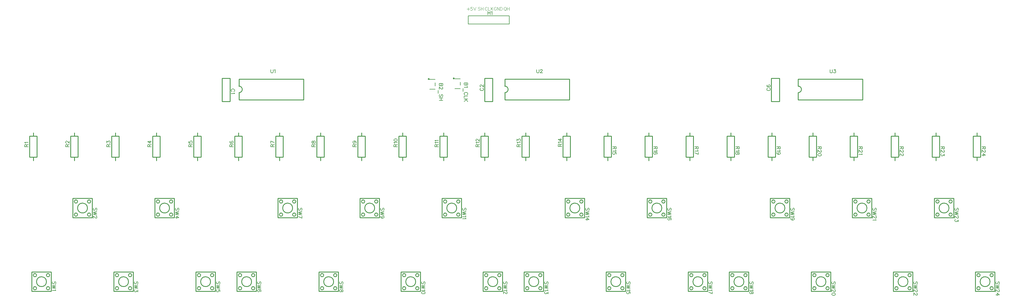
<source format=gto>
G04 Layer: TopSilkscreenLayer*
G04 EasyEDA v6.5.43, 2024-08-28 13:52:04*
G04 cb6e2e9fbd21486d88ae5690d2d3dc00,10*
G04 Gerber Generator version 0.2*
G04 Scale: 100 percent, Rotated: No, Reflected: No *
G04 Dimensions in millimeters *
G04 leading zeros omitted , absolute positions ,4 integer and 5 decimal *
%FSLAX45Y45*%
%MOMM*%

%ADD10C,0.1000*%
%ADD11C,0.1524*%
%ADD12C,0.2540*%
%ADD13C,0.2032*%
%ADD14C,0.2030*%
%ADD15C,0.3000*%
%ADD16C,0.0112*%

%LPD*%
D10*
X13972793Y6983476D02*
G01*
X13972793Y6901434D01*
X13931900Y6942581D02*
G01*
X14013688Y6942581D01*
X14098270Y6996937D02*
G01*
X14052804Y6996937D01*
X14048231Y6956044D01*
X14052804Y6960615D01*
X14066520Y6965187D01*
X14079981Y6965187D01*
X14093697Y6960615D01*
X14102841Y6951471D01*
X14107413Y6938010D01*
X14107413Y6928865D01*
X14102841Y6915150D01*
X14093697Y6906005D01*
X14079981Y6901434D01*
X14066520Y6901434D01*
X14052804Y6906005D01*
X14048231Y6910578D01*
X14043659Y6919721D01*
X14137386Y6996937D02*
G01*
X14173708Y6901434D01*
X14210029Y6996937D02*
G01*
X14173708Y6901434D01*
X14338554Y6983476D02*
G01*
X14329409Y6992365D01*
X14315693Y6996937D01*
X14297406Y6996937D01*
X14283943Y6992365D01*
X14274800Y6983476D01*
X14274800Y6974331D01*
X14279372Y6965187D01*
X14283943Y6960615D01*
X14293088Y6956044D01*
X14320266Y6946900D01*
X14329409Y6942581D01*
X14333981Y6938010D01*
X14338554Y6928865D01*
X14338554Y6915150D01*
X14329409Y6906005D01*
X14315693Y6901434D01*
X14297406Y6901434D01*
X14283943Y6906005D01*
X14274800Y6915150D01*
X14368525Y6996937D02*
G01*
X14368525Y6901434D01*
X14432025Y6996937D02*
G01*
X14432025Y6901434D01*
X14368525Y6951471D02*
G01*
X14432025Y6951471D01*
X14558772Y6974331D02*
G01*
X14554454Y6983476D01*
X14545309Y6992365D01*
X14536166Y6996937D01*
X14517877Y6996937D01*
X14508988Y6992365D01*
X14499843Y6983476D01*
X14495272Y6974331D01*
X14490700Y6960615D01*
X14490700Y6938010D01*
X14495272Y6924294D01*
X14499843Y6915150D01*
X14508988Y6906005D01*
X14517877Y6901434D01*
X14536166Y6901434D01*
X14545309Y6906005D01*
X14554454Y6915150D01*
X14558772Y6924294D01*
X14588997Y6996937D02*
G01*
X14588997Y6901434D01*
X14588997Y6901434D02*
G01*
X14643354Y6901434D01*
X14673325Y6996937D02*
G01*
X14673325Y6901434D01*
X14737079Y6996937D02*
G01*
X14673325Y6933437D01*
X14696186Y6956044D02*
G01*
X14737079Y6901434D01*
X14838172Y6974331D02*
G01*
X14833854Y6983476D01*
X14824709Y6992365D01*
X14815566Y6996937D01*
X14797277Y6996937D01*
X14788388Y6992365D01*
X14779243Y6983476D01*
X14774672Y6974331D01*
X14770100Y6960615D01*
X14770100Y6938010D01*
X14774672Y6924294D01*
X14779243Y6915150D01*
X14788388Y6906005D01*
X14797277Y6901434D01*
X14815566Y6901434D01*
X14824709Y6906005D01*
X14833854Y6915150D01*
X14838172Y6924294D01*
X14838172Y6938010D01*
X14815566Y6938010D02*
G01*
X14838172Y6938010D01*
X14868397Y6996937D02*
G01*
X14868397Y6901434D01*
X14868397Y6996937D02*
G01*
X14931897Y6901434D01*
X14931897Y6996937D02*
G01*
X14931897Y6901434D01*
X14961870Y6996937D02*
G01*
X14961870Y6901434D01*
X14961870Y6996937D02*
G01*
X14993620Y6996937D01*
X15007336Y6992365D01*
X15016479Y6983476D01*
X15021052Y6974331D01*
X15025624Y6960615D01*
X15025624Y6938010D01*
X15021052Y6924294D01*
X15016479Y6915150D01*
X15007336Y6906005D01*
X14993620Y6901434D01*
X14961870Y6901434D01*
X15102077Y6996937D02*
G01*
X15093188Y6992365D01*
X15084043Y6983476D01*
X15079472Y6974331D01*
X15074900Y6960615D01*
X15074900Y6938010D01*
X15079472Y6924294D01*
X15084043Y6915150D01*
X15093188Y6906005D01*
X15102077Y6901434D01*
X15120366Y6901434D01*
X15129509Y6906005D01*
X15138654Y6915150D01*
X15142972Y6924294D01*
X15147543Y6938010D01*
X15147543Y6960615D01*
X15142972Y6974331D01*
X15138654Y6983476D01*
X15129509Y6992365D01*
X15120366Y6996937D01*
X15102077Y6996937D01*
X15115793Y6919721D02*
G01*
X15142972Y6892544D01*
X15177516Y6996937D02*
G01*
X15177516Y6901434D01*
X15241270Y6996937D02*
G01*
X15241270Y6901434D01*
X15177516Y6951471D02*
G01*
X15241270Y6951471D01*
D11*
X6718762Y4379765D02*
G01*
X6729153Y4384962D01*
X6739544Y4395355D01*
X6744738Y4405741D01*
X6744738Y4426526D01*
X6739544Y4436915D01*
X6729153Y4447308D01*
X6718762Y4452505D01*
X6703174Y4457700D01*
X6677197Y4457700D01*
X6661612Y4452505D01*
X6651221Y4447308D01*
X6640829Y4436915D01*
X6635635Y4426526D01*
X6635635Y4405741D01*
X6640829Y4395355D01*
X6651221Y4384962D01*
X6661612Y4379765D01*
X6723956Y4345475D02*
G01*
X6729153Y4335086D01*
X6744738Y4319498D01*
X6635635Y4319498D01*
X14363237Y4484829D02*
G01*
X14352846Y4479635D01*
X14342455Y4469241D01*
X14337261Y4458855D01*
X14337261Y4438073D01*
X14342455Y4427679D01*
X14352846Y4417288D01*
X14363237Y4412091D01*
X14378825Y4406900D01*
X14404802Y4406900D01*
X14420387Y4412091D01*
X14430778Y4417288D01*
X14441170Y4427679D01*
X14446364Y4438073D01*
X14446364Y4458855D01*
X14441170Y4469241D01*
X14430778Y4479635D01*
X14420387Y4484829D01*
X14363237Y4524314D02*
G01*
X14358043Y4524314D01*
X14347652Y4529510D01*
X14342455Y4534707D01*
X14337261Y4545096D01*
X14337261Y4565881D01*
X14342455Y4576272D01*
X14347652Y4581464D01*
X14358043Y4586660D01*
X14368434Y4586660D01*
X14378825Y4581464D01*
X14394411Y4571075D01*
X14446364Y4519122D01*
X14446364Y4591857D01*
X10082009Y-1596644D02*
G01*
X10092423Y-1586229D01*
X10097503Y-1570736D01*
X10097503Y-1549907D01*
X10092423Y-1534413D01*
X10082009Y-1524000D01*
X10071595Y-1524000D01*
X10061181Y-1529079D01*
X10055847Y-1534413D01*
X10050767Y-1544828D01*
X10040353Y-1576070D01*
X10035273Y-1586229D01*
X10029939Y-1591563D01*
X10019525Y-1596644D01*
X10004031Y-1596644D01*
X9993617Y-1586229D01*
X9988537Y-1570736D01*
X9988537Y-1549907D01*
X9993617Y-1534413D01*
X10004031Y-1524000D01*
X10097503Y-1630934D02*
G01*
X9988537Y-1657095D01*
X10097503Y-1683004D02*
G01*
X9988537Y-1657095D01*
X10097503Y-1683004D02*
G01*
X9988537Y-1708912D01*
X10097503Y-1734820D02*
G01*
X9988537Y-1708912D01*
X10097503Y-1795271D02*
G01*
X10092423Y-1779523D01*
X10082009Y-1774444D01*
X10071595Y-1774444D01*
X10061181Y-1779523D01*
X10055847Y-1789937D01*
X10050767Y-1810765D01*
X10045687Y-1826260D01*
X10035273Y-1836673D01*
X10024859Y-1842007D01*
X10009111Y-1842007D01*
X9998697Y-1836673D01*
X9993617Y-1831594D01*
X9988537Y-1816100D01*
X9988537Y-1795271D01*
X9993617Y-1779523D01*
X9998697Y-1774444D01*
X10009111Y-1769110D01*
X10024859Y-1769110D01*
X10035273Y-1774444D01*
X10045687Y-1784857D01*
X10050767Y-1800352D01*
X10055847Y-1821179D01*
X10061181Y-1831594D01*
X10071595Y-1836673D01*
X10082009Y-1836673D01*
X10092423Y-1831594D01*
X10097503Y-1816100D01*
X10097503Y-1795271D01*
X11352009Y689355D02*
G01*
X11362423Y699770D01*
X11367503Y715263D01*
X11367503Y736092D01*
X11362423Y751586D01*
X11352009Y762000D01*
X11341595Y762000D01*
X11331181Y756920D01*
X11325847Y751586D01*
X11320767Y741171D01*
X11310353Y709929D01*
X11305273Y699770D01*
X11299939Y694436D01*
X11289525Y689355D01*
X11274031Y689355D01*
X11263617Y699770D01*
X11258537Y715263D01*
X11258537Y736092D01*
X11263617Y751586D01*
X11274031Y762000D01*
X11367503Y655065D02*
G01*
X11258537Y628904D01*
X11367503Y602995D02*
G01*
X11258537Y628904D01*
X11367503Y602995D02*
G01*
X11258537Y577087D01*
X11367503Y551179D02*
G01*
X11258537Y577087D01*
X11331181Y449326D02*
G01*
X11315687Y454405D01*
X11305273Y464820D01*
X11299939Y480313D01*
X11299939Y485647D01*
X11305273Y501142D01*
X11315687Y511555D01*
X11331181Y516889D01*
X11336261Y516889D01*
X11352009Y511555D01*
X11362423Y501142D01*
X11367503Y485647D01*
X11367503Y480313D01*
X11362423Y464820D01*
X11352009Y454405D01*
X11331181Y449326D01*
X11305273Y449326D01*
X11279111Y454405D01*
X11263617Y464820D01*
X11258537Y480313D01*
X11258537Y490728D01*
X11263617Y506476D01*
X11274031Y511555D01*
X12622009Y-1596644D02*
G01*
X12632423Y-1586229D01*
X12637503Y-1570736D01*
X12637503Y-1549907D01*
X12632423Y-1534413D01*
X12622009Y-1524000D01*
X12611595Y-1524000D01*
X12601181Y-1529079D01*
X12595847Y-1534413D01*
X12590767Y-1544828D01*
X12580353Y-1576070D01*
X12575273Y-1586229D01*
X12569939Y-1591563D01*
X12559525Y-1596644D01*
X12544031Y-1596644D01*
X12533617Y-1586229D01*
X12528537Y-1570736D01*
X12528537Y-1549907D01*
X12533617Y-1534413D01*
X12544031Y-1524000D01*
X12637503Y-1630934D02*
G01*
X12528537Y-1657095D01*
X12637503Y-1683004D02*
G01*
X12528537Y-1657095D01*
X12637503Y-1683004D02*
G01*
X12528537Y-1708912D01*
X12637503Y-1734820D02*
G01*
X12528537Y-1708912D01*
X12616675Y-1769110D02*
G01*
X12622009Y-1779523D01*
X12637503Y-1795271D01*
X12528537Y-1795271D01*
X12637503Y-1860550D02*
G01*
X12632423Y-1845055D01*
X12616675Y-1834642D01*
X12590767Y-1829562D01*
X12575273Y-1829562D01*
X12549111Y-1834642D01*
X12533617Y-1845055D01*
X12528537Y-1860550D01*
X12528537Y-1870963D01*
X12533617Y-1886712D01*
X12549111Y-1897126D01*
X12575273Y-1902205D01*
X12590767Y-1902205D01*
X12616675Y-1897126D01*
X12632423Y-1886712D01*
X12637503Y-1870963D01*
X12637503Y-1860550D01*
X13892009Y689355D02*
G01*
X13902423Y699770D01*
X13907503Y715263D01*
X13907503Y736092D01*
X13902423Y751586D01*
X13892009Y762000D01*
X13881595Y762000D01*
X13871181Y756920D01*
X13865847Y751586D01*
X13860767Y741171D01*
X13850353Y709929D01*
X13845273Y699770D01*
X13839939Y694436D01*
X13829525Y689355D01*
X13814031Y689355D01*
X13803617Y699770D01*
X13798537Y715263D01*
X13798537Y736092D01*
X13803617Y751586D01*
X13814031Y762000D01*
X13907503Y655065D02*
G01*
X13798537Y628904D01*
X13907503Y602995D02*
G01*
X13798537Y628904D01*
X13907503Y602995D02*
G01*
X13798537Y577087D01*
X13907503Y551179D02*
G01*
X13798537Y577087D01*
X13886675Y516889D02*
G01*
X13892009Y506476D01*
X13907503Y490728D01*
X13798537Y490728D01*
X13886675Y456437D02*
G01*
X13892009Y446023D01*
X13907503Y430529D01*
X13798537Y430529D01*
X15162009Y-1596644D02*
G01*
X15172423Y-1586229D01*
X15177503Y-1570736D01*
X15177503Y-1549907D01*
X15172423Y-1534413D01*
X15162009Y-1524000D01*
X15151595Y-1524000D01*
X15141181Y-1529079D01*
X15135847Y-1534413D01*
X15130767Y-1544828D01*
X15120353Y-1576070D01*
X15115273Y-1586229D01*
X15109939Y-1591563D01*
X15099525Y-1596644D01*
X15084031Y-1596644D01*
X15073617Y-1586229D01*
X15068537Y-1570736D01*
X15068537Y-1549907D01*
X15073617Y-1534413D01*
X15084031Y-1524000D01*
X15177503Y-1630934D02*
G01*
X15068537Y-1657095D01*
X15177503Y-1683004D02*
G01*
X15068537Y-1657095D01*
X15177503Y-1683004D02*
G01*
X15068537Y-1708912D01*
X15177503Y-1734820D02*
G01*
X15068537Y-1708912D01*
X15156675Y-1769110D02*
G01*
X15162009Y-1779523D01*
X15177503Y-1795271D01*
X15068537Y-1795271D01*
X15151595Y-1834642D02*
G01*
X15156675Y-1834642D01*
X15167089Y-1839976D01*
X15172423Y-1845055D01*
X15177503Y-1855470D01*
X15177503Y-1876297D01*
X15172423Y-1886712D01*
X15167089Y-1891792D01*
X15156675Y-1897126D01*
X15146261Y-1897126D01*
X15135847Y-1891792D01*
X15120353Y-1881378D01*
X15068537Y-1829562D01*
X15068537Y-1902205D01*
X16432009Y-1596644D02*
G01*
X16442423Y-1586229D01*
X16447503Y-1570736D01*
X16447503Y-1549907D01*
X16442423Y-1534413D01*
X16432009Y-1524000D01*
X16421595Y-1524000D01*
X16411181Y-1529079D01*
X16405847Y-1534413D01*
X16400767Y-1544828D01*
X16390353Y-1576070D01*
X16385273Y-1586229D01*
X16379939Y-1591563D01*
X16369525Y-1596644D01*
X16354031Y-1596644D01*
X16343617Y-1586229D01*
X16338537Y-1570736D01*
X16338537Y-1549907D01*
X16343617Y-1534413D01*
X16354031Y-1524000D01*
X16447503Y-1630934D02*
G01*
X16338537Y-1657095D01*
X16447503Y-1683004D02*
G01*
X16338537Y-1657095D01*
X16447503Y-1683004D02*
G01*
X16338537Y-1708912D01*
X16447503Y-1734820D02*
G01*
X16338537Y-1708912D01*
X16426675Y-1769110D02*
G01*
X16432009Y-1779523D01*
X16447503Y-1795271D01*
X16338537Y-1795271D01*
X16447503Y-1839976D02*
G01*
X16447503Y-1897126D01*
X16405847Y-1865884D01*
X16405847Y-1881378D01*
X16400767Y-1891792D01*
X16395687Y-1897126D01*
X16379939Y-1902205D01*
X16369525Y-1902205D01*
X16354031Y-1897126D01*
X16343617Y-1886712D01*
X16338537Y-1870963D01*
X16338537Y-1855470D01*
X16343617Y-1839976D01*
X16348697Y-1834642D01*
X16359111Y-1829562D01*
X17702009Y689355D02*
G01*
X17712423Y699770D01*
X17717503Y715263D01*
X17717503Y736092D01*
X17712423Y751586D01*
X17702009Y762000D01*
X17691595Y762000D01*
X17681181Y756920D01*
X17675847Y751586D01*
X17670767Y741171D01*
X17660353Y709929D01*
X17655273Y699770D01*
X17649939Y694436D01*
X17639525Y689355D01*
X17624031Y689355D01*
X17613617Y699770D01*
X17608537Y715263D01*
X17608537Y736092D01*
X17613617Y751586D01*
X17624031Y762000D01*
X17717503Y655065D02*
G01*
X17608537Y628904D01*
X17717503Y602995D02*
G01*
X17608537Y628904D01*
X17717503Y602995D02*
G01*
X17608537Y577087D01*
X17717503Y551179D02*
G01*
X17608537Y577087D01*
X17696675Y516889D02*
G01*
X17702009Y506476D01*
X17717503Y490728D01*
X17608537Y490728D01*
X17717503Y404621D02*
G01*
X17644859Y456437D01*
X17644859Y378460D01*
X17717503Y404621D02*
G01*
X17608537Y404621D01*
X18972009Y-1596644D02*
G01*
X18982423Y-1586229D01*
X18987503Y-1570736D01*
X18987503Y-1549907D01*
X18982423Y-1534413D01*
X18972009Y-1524000D01*
X18961595Y-1524000D01*
X18951181Y-1529079D01*
X18945847Y-1534413D01*
X18940767Y-1544828D01*
X18930353Y-1576070D01*
X18925273Y-1586229D01*
X18919939Y-1591563D01*
X18909525Y-1596644D01*
X18894031Y-1596644D01*
X18883617Y-1586229D01*
X18878537Y-1570736D01*
X18878537Y-1549907D01*
X18883617Y-1534413D01*
X18894031Y-1524000D01*
X18987503Y-1630934D02*
G01*
X18878537Y-1657095D01*
X18987503Y-1683004D02*
G01*
X18878537Y-1657095D01*
X18987503Y-1683004D02*
G01*
X18878537Y-1708912D01*
X18987503Y-1734820D02*
G01*
X18878537Y-1708912D01*
X18966675Y-1769110D02*
G01*
X18972009Y-1779523D01*
X18987503Y-1795271D01*
X18878537Y-1795271D01*
X18987503Y-1891792D02*
G01*
X18987503Y-1839976D01*
X18940767Y-1834642D01*
X18945847Y-1839976D01*
X18951181Y-1855470D01*
X18951181Y-1870963D01*
X18945847Y-1886712D01*
X18935687Y-1897126D01*
X18919939Y-1902205D01*
X18909525Y-1902205D01*
X18894031Y-1897126D01*
X18883617Y-1886712D01*
X18878537Y-1870963D01*
X18878537Y-1855470D01*
X18883617Y-1839976D01*
X18888697Y-1834642D01*
X18899111Y-1829562D01*
X20242009Y689355D02*
G01*
X20252423Y699770D01*
X20257503Y715263D01*
X20257503Y736092D01*
X20252423Y751586D01*
X20242009Y762000D01*
X20231595Y762000D01*
X20221181Y756920D01*
X20215847Y751586D01*
X20210767Y741171D01*
X20200353Y709929D01*
X20195273Y699770D01*
X20189939Y694436D01*
X20179525Y689355D01*
X20164031Y689355D01*
X20153617Y699770D01*
X20148537Y715263D01*
X20148537Y736092D01*
X20153617Y751586D01*
X20164031Y762000D01*
X20257503Y655065D02*
G01*
X20148537Y628904D01*
X20257503Y602995D02*
G01*
X20148537Y628904D01*
X20257503Y602995D02*
G01*
X20148537Y577087D01*
X20257503Y551179D02*
G01*
X20148537Y577087D01*
X20236675Y516889D02*
G01*
X20242009Y506476D01*
X20257503Y490728D01*
X20148537Y490728D01*
X20242009Y394207D02*
G01*
X20252423Y399287D01*
X20257503Y415036D01*
X20257503Y425450D01*
X20252423Y440944D01*
X20236675Y451357D01*
X20210767Y456437D01*
X20184859Y456437D01*
X20164031Y451357D01*
X20153617Y440944D01*
X20148537Y425450D01*
X20148537Y420115D01*
X20153617Y404621D01*
X20164031Y394207D01*
X20179525Y388873D01*
X20184859Y388873D01*
X20200353Y394207D01*
X20210767Y404621D01*
X20215847Y420115D01*
X20215847Y425450D01*
X20210767Y440944D01*
X20200353Y451357D01*
X20184859Y456437D01*
X21512009Y-1596644D02*
G01*
X21522423Y-1586229D01*
X21527503Y-1570736D01*
X21527503Y-1549907D01*
X21522423Y-1534413D01*
X21512009Y-1524000D01*
X21501595Y-1524000D01*
X21491181Y-1529079D01*
X21485847Y-1534413D01*
X21480767Y-1544828D01*
X21470353Y-1576070D01*
X21465273Y-1586229D01*
X21459939Y-1591563D01*
X21449525Y-1596644D01*
X21434031Y-1596644D01*
X21423617Y-1586229D01*
X21418537Y-1570736D01*
X21418537Y-1549907D01*
X21423617Y-1534413D01*
X21434031Y-1524000D01*
X21527503Y-1630934D02*
G01*
X21418537Y-1657095D01*
X21527503Y-1683004D02*
G01*
X21418537Y-1657095D01*
X21527503Y-1683004D02*
G01*
X21418537Y-1708912D01*
X21527503Y-1734820D02*
G01*
X21418537Y-1708912D01*
X21506675Y-1769110D02*
G01*
X21512009Y-1779523D01*
X21527503Y-1795271D01*
X21418537Y-1795271D01*
X21527503Y-1902205D02*
G01*
X21418537Y-1850389D01*
X21527503Y-1829562D02*
G01*
X21527503Y-1902205D01*
X22782009Y-1596644D02*
G01*
X22792423Y-1586229D01*
X22797503Y-1570736D01*
X22797503Y-1549907D01*
X22792423Y-1534413D01*
X22782009Y-1524000D01*
X22771595Y-1524000D01*
X22761181Y-1529079D01*
X22755847Y-1534413D01*
X22750767Y-1544828D01*
X22740353Y-1576070D01*
X22735273Y-1586229D01*
X22729939Y-1591563D01*
X22719525Y-1596644D01*
X22704031Y-1596644D01*
X22693617Y-1586229D01*
X22688537Y-1570736D01*
X22688537Y-1549907D01*
X22693617Y-1534413D01*
X22704031Y-1524000D01*
X22797503Y-1630934D02*
G01*
X22688537Y-1657095D01*
X22797503Y-1683004D02*
G01*
X22688537Y-1657095D01*
X22797503Y-1683004D02*
G01*
X22688537Y-1708912D01*
X22797503Y-1734820D02*
G01*
X22688537Y-1708912D01*
X22776675Y-1769110D02*
G01*
X22782009Y-1779523D01*
X22797503Y-1795271D01*
X22688537Y-1795271D01*
X22797503Y-1855470D02*
G01*
X22792423Y-1839976D01*
X22782009Y-1834642D01*
X22771595Y-1834642D01*
X22761181Y-1839976D01*
X22755847Y-1850389D01*
X22750767Y-1870963D01*
X22745687Y-1886712D01*
X22735273Y-1897126D01*
X22724859Y-1902205D01*
X22709111Y-1902205D01*
X22698697Y-1897126D01*
X22693617Y-1891792D01*
X22688537Y-1876297D01*
X22688537Y-1855470D01*
X22693617Y-1839976D01*
X22698697Y-1834642D01*
X22709111Y-1829562D01*
X22724859Y-1829562D01*
X22735273Y-1834642D01*
X22745687Y-1845055D01*
X22750767Y-1860550D01*
X22755847Y-1881378D01*
X22761181Y-1891792D01*
X22771595Y-1897126D01*
X22782009Y-1897126D01*
X22792423Y-1891792D01*
X22797503Y-1876297D01*
X22797503Y-1855470D01*
X24052009Y689355D02*
G01*
X24062423Y699770D01*
X24067503Y715263D01*
X24067503Y736092D01*
X24062423Y751586D01*
X24052009Y762000D01*
X24041595Y762000D01*
X24031181Y756920D01*
X24025847Y751586D01*
X24020767Y741171D01*
X24010353Y709929D01*
X24005273Y699770D01*
X23999939Y694436D01*
X23989525Y689355D01*
X23974031Y689355D01*
X23963617Y699770D01*
X23958537Y715263D01*
X23958537Y736092D01*
X23963617Y751586D01*
X23974031Y762000D01*
X24067503Y655065D02*
G01*
X23958537Y628904D01*
X24067503Y602995D02*
G01*
X23958537Y628904D01*
X24067503Y602995D02*
G01*
X23958537Y577087D01*
X24067503Y551179D02*
G01*
X23958537Y577087D01*
X24046675Y516889D02*
G01*
X24052009Y506476D01*
X24067503Y490728D01*
X23958537Y490728D01*
X24031181Y388873D02*
G01*
X24015687Y394207D01*
X24005273Y404621D01*
X23999939Y420115D01*
X23999939Y425450D01*
X24005273Y440944D01*
X24015687Y451357D01*
X24031181Y456437D01*
X24036261Y456437D01*
X24052009Y451357D01*
X24062423Y440944D01*
X24067503Y425450D01*
X24067503Y420115D01*
X24062423Y404621D01*
X24052009Y394207D01*
X24031181Y388873D01*
X24005273Y388873D01*
X23979111Y394207D01*
X23963617Y404621D01*
X23958537Y420115D01*
X23958537Y430529D01*
X23963617Y446023D01*
X23974031Y451357D01*
X25322009Y-1596644D02*
G01*
X25332423Y-1586229D01*
X25337503Y-1570736D01*
X25337503Y-1549907D01*
X25332423Y-1534413D01*
X25322009Y-1524000D01*
X25311595Y-1524000D01*
X25301181Y-1529079D01*
X25295847Y-1534413D01*
X25290767Y-1544828D01*
X25280353Y-1576070D01*
X25275273Y-1586229D01*
X25269939Y-1591563D01*
X25259525Y-1596644D01*
X25244031Y-1596644D01*
X25233617Y-1586229D01*
X25228537Y-1570736D01*
X25228537Y-1549907D01*
X25233617Y-1534413D01*
X25244031Y-1524000D01*
X25337503Y-1630934D02*
G01*
X25228537Y-1657095D01*
X25337503Y-1683004D02*
G01*
X25228537Y-1657095D01*
X25337503Y-1683004D02*
G01*
X25228537Y-1708912D01*
X25337503Y-1734820D02*
G01*
X25228537Y-1708912D01*
X25311595Y-1774444D02*
G01*
X25316675Y-1774444D01*
X25327089Y-1779523D01*
X25332423Y-1784857D01*
X25337503Y-1795271D01*
X25337503Y-1816100D01*
X25332423Y-1826260D01*
X25327089Y-1831594D01*
X25316675Y-1836673D01*
X25306261Y-1836673D01*
X25295847Y-1831594D01*
X25280353Y-1821179D01*
X25228537Y-1769110D01*
X25228537Y-1842007D01*
X25337503Y-1907539D02*
G01*
X25332423Y-1891792D01*
X25316675Y-1881378D01*
X25290767Y-1876297D01*
X25275273Y-1876297D01*
X25249111Y-1881378D01*
X25233617Y-1891792D01*
X25228537Y-1907539D01*
X25228537Y-1917700D01*
X25233617Y-1933447D01*
X25249111Y-1943862D01*
X25275273Y-1948942D01*
X25290767Y-1948942D01*
X25316675Y-1943862D01*
X25332423Y-1933447D01*
X25337503Y-1917700D01*
X25337503Y-1907539D01*
X26591955Y689355D02*
G01*
X26602369Y699770D01*
X26607449Y715263D01*
X26607449Y736092D01*
X26602369Y751586D01*
X26591955Y762000D01*
X26581541Y762000D01*
X26571127Y756920D01*
X26565793Y751586D01*
X26560713Y741171D01*
X26550299Y709929D01*
X26545219Y699770D01*
X26539885Y694436D01*
X26529471Y689355D01*
X26513977Y689355D01*
X26503563Y699770D01*
X26498483Y715263D01*
X26498483Y736092D01*
X26503563Y751586D01*
X26513977Y762000D01*
X26607449Y655065D02*
G01*
X26498483Y628904D01*
X26607449Y602995D02*
G01*
X26498483Y628904D01*
X26607449Y602995D02*
G01*
X26498483Y577087D01*
X26607449Y551179D02*
G01*
X26498483Y577087D01*
X26581541Y511555D02*
G01*
X26586621Y511555D01*
X26597035Y506476D01*
X26602369Y501142D01*
X26607449Y490728D01*
X26607449Y469900D01*
X26602369Y459739D01*
X26597035Y454405D01*
X26586621Y449326D01*
X26576207Y449326D01*
X26565793Y454405D01*
X26550299Y464820D01*
X26498483Y516889D01*
X26498483Y443992D01*
X26586621Y409702D02*
G01*
X26591955Y399287D01*
X26607449Y383794D01*
X26498483Y383794D01*
X27861953Y-1596644D02*
G01*
X27872367Y-1586229D01*
X27877447Y-1570736D01*
X27877447Y-1549907D01*
X27872367Y-1534413D01*
X27861953Y-1524000D01*
X27851539Y-1524000D01*
X27841125Y-1529079D01*
X27835791Y-1534413D01*
X27830711Y-1544828D01*
X27820297Y-1576070D01*
X27815217Y-1586229D01*
X27809883Y-1591563D01*
X27799469Y-1596644D01*
X27783975Y-1596644D01*
X27773561Y-1586229D01*
X27768481Y-1570736D01*
X27768481Y-1549907D01*
X27773561Y-1534413D01*
X27783975Y-1524000D01*
X27877447Y-1630934D02*
G01*
X27768481Y-1657095D01*
X27877447Y-1683004D02*
G01*
X27768481Y-1657095D01*
X27877447Y-1683004D02*
G01*
X27768481Y-1708912D01*
X27877447Y-1734820D02*
G01*
X27768481Y-1708912D01*
X27851539Y-1774444D02*
G01*
X27856619Y-1774444D01*
X27867033Y-1779523D01*
X27872367Y-1784857D01*
X27877447Y-1795271D01*
X27877447Y-1816100D01*
X27872367Y-1826260D01*
X27867033Y-1831594D01*
X27856619Y-1836673D01*
X27846205Y-1836673D01*
X27835791Y-1831594D01*
X27820297Y-1821179D01*
X27768481Y-1769110D01*
X27768481Y-1842007D01*
X27851539Y-1881378D02*
G01*
X27856619Y-1881378D01*
X27867033Y-1886712D01*
X27872367Y-1891792D01*
X27877447Y-1902205D01*
X27877447Y-1923034D01*
X27872367Y-1933447D01*
X27867033Y-1938528D01*
X27856619Y-1943862D01*
X27846205Y-1943862D01*
X27835791Y-1938528D01*
X27820297Y-1928113D01*
X27768481Y-1876297D01*
X27768481Y-1948942D01*
X29131950Y689355D02*
G01*
X29142364Y699770D01*
X29147444Y715263D01*
X29147444Y736092D01*
X29142364Y751586D01*
X29131950Y762000D01*
X29121536Y762000D01*
X29111122Y756920D01*
X29105788Y751586D01*
X29100708Y741171D01*
X29090294Y709929D01*
X29085214Y699770D01*
X29079880Y694436D01*
X29069466Y689355D01*
X29053972Y689355D01*
X29043558Y699770D01*
X29038478Y715263D01*
X29038478Y736092D01*
X29043558Y751586D01*
X29053972Y762000D01*
X29147444Y655065D02*
G01*
X29038478Y628904D01*
X29147444Y602995D02*
G01*
X29038478Y628904D01*
X29147444Y602995D02*
G01*
X29038478Y577087D01*
X29147444Y551179D02*
G01*
X29038478Y577087D01*
X29121536Y511555D02*
G01*
X29126616Y511555D01*
X29137030Y506476D01*
X29142364Y501142D01*
X29147444Y490728D01*
X29147444Y469900D01*
X29142364Y459739D01*
X29137030Y454405D01*
X29126616Y449326D01*
X29116202Y449326D01*
X29105788Y454405D01*
X29090294Y464820D01*
X29038478Y516889D01*
X29038478Y443992D01*
X29147444Y399287D02*
G01*
X29147444Y342137D01*
X29105788Y373379D01*
X29105788Y357886D01*
X29100708Y347471D01*
X29095628Y342137D01*
X29079880Y337057D01*
X29069466Y337057D01*
X29053972Y342137D01*
X29043558Y352552D01*
X29038478Y368300D01*
X29038478Y383794D01*
X29043558Y399287D01*
X29048638Y404621D01*
X29059052Y409702D01*
X30401948Y-1596644D02*
G01*
X30412362Y-1586229D01*
X30417442Y-1570736D01*
X30417442Y-1549907D01*
X30412362Y-1534413D01*
X30401948Y-1524000D01*
X30391534Y-1524000D01*
X30381120Y-1529079D01*
X30375786Y-1534413D01*
X30370706Y-1544828D01*
X30360292Y-1576070D01*
X30355212Y-1586229D01*
X30349878Y-1591563D01*
X30339464Y-1596644D01*
X30323970Y-1596644D01*
X30313556Y-1586229D01*
X30308476Y-1570736D01*
X30308476Y-1549907D01*
X30313556Y-1534413D01*
X30323970Y-1524000D01*
X30417442Y-1630934D02*
G01*
X30308476Y-1657095D01*
X30417442Y-1683004D02*
G01*
X30308476Y-1657095D01*
X30417442Y-1683004D02*
G01*
X30308476Y-1708912D01*
X30417442Y-1734820D02*
G01*
X30308476Y-1708912D01*
X30391534Y-1774444D02*
G01*
X30396614Y-1774444D01*
X30407028Y-1779523D01*
X30412362Y-1784857D01*
X30417442Y-1795271D01*
X30417442Y-1816100D01*
X30412362Y-1826260D01*
X30407028Y-1831594D01*
X30396614Y-1836673D01*
X30386200Y-1836673D01*
X30375786Y-1831594D01*
X30360292Y-1821179D01*
X30308476Y-1769110D01*
X30308476Y-1842007D01*
X30417442Y-1928113D02*
G01*
X30344798Y-1876297D01*
X30344798Y-1954276D01*
X30417442Y-1928113D02*
G01*
X30308476Y-1928113D01*
X1192009Y-1596669D02*
G01*
X1202423Y-1586255D01*
X1207503Y-1570761D01*
X1207503Y-1549933D01*
X1202423Y-1534439D01*
X1192009Y-1524025D01*
X1181595Y-1524025D01*
X1171181Y-1529105D01*
X1165847Y-1534439D01*
X1160767Y-1544853D01*
X1150353Y-1575841D01*
X1145273Y-1586255D01*
X1139939Y-1591589D01*
X1129525Y-1596669D01*
X1114031Y-1596669D01*
X1103617Y-1586255D01*
X1098537Y-1570761D01*
X1098537Y-1549933D01*
X1103617Y-1534439D01*
X1114031Y-1524025D01*
X1207503Y-1630959D02*
G01*
X1098537Y-1657121D01*
X1207503Y-1683029D02*
G01*
X1098537Y-1657121D01*
X1207503Y-1683029D02*
G01*
X1098537Y-1708937D01*
X1207503Y-1734845D02*
G01*
X1098537Y-1708937D01*
X1186675Y-1769135D02*
G01*
X1192009Y-1779549D01*
X1207503Y-1795297D01*
X1098537Y-1795297D01*
X2462009Y689355D02*
G01*
X2472423Y699770D01*
X2477503Y715263D01*
X2477503Y736092D01*
X2472423Y751586D01*
X2462009Y762000D01*
X2451595Y762000D01*
X2441181Y756920D01*
X2435847Y751586D01*
X2430767Y741171D01*
X2420353Y709929D01*
X2415273Y699770D01*
X2409939Y694436D01*
X2399525Y689355D01*
X2384031Y689355D01*
X2373617Y699770D01*
X2368283Y715263D01*
X2368283Y736092D01*
X2373617Y751586D01*
X2384031Y762000D01*
X2477503Y655065D02*
G01*
X2368283Y628904D01*
X2477503Y602995D02*
G01*
X2368283Y628904D01*
X2477503Y602995D02*
G01*
X2368283Y577087D01*
X2477503Y551179D02*
G01*
X2368283Y577087D01*
X2451595Y511555D02*
G01*
X2456675Y511555D01*
X2467089Y506476D01*
X2472423Y501142D01*
X2477503Y490728D01*
X2477503Y469900D01*
X2472423Y459739D01*
X2467089Y454405D01*
X2456675Y449326D01*
X2446261Y449326D01*
X2435847Y454405D01*
X2420353Y464820D01*
X2368283Y516889D01*
X2368283Y443992D01*
X3732009Y-1596644D02*
G01*
X3742423Y-1586229D01*
X3747503Y-1570736D01*
X3747503Y-1549907D01*
X3742423Y-1534413D01*
X3732009Y-1524000D01*
X3721595Y-1524000D01*
X3711181Y-1529079D01*
X3705847Y-1534413D01*
X3700767Y-1544828D01*
X3690353Y-1576070D01*
X3685273Y-1586229D01*
X3679939Y-1591563D01*
X3669525Y-1596644D01*
X3654031Y-1596644D01*
X3643617Y-1586229D01*
X3638283Y-1570736D01*
X3638283Y-1549907D01*
X3643617Y-1534413D01*
X3654031Y-1524000D01*
X3747503Y-1630934D02*
G01*
X3638283Y-1657095D01*
X3747503Y-1683004D02*
G01*
X3638283Y-1657095D01*
X3747503Y-1683004D02*
G01*
X3638283Y-1708912D01*
X3747503Y-1734820D02*
G01*
X3638283Y-1708912D01*
X3747503Y-1779523D02*
G01*
X3747503Y-1836673D01*
X3705847Y-1805686D01*
X3705847Y-1821179D01*
X3700767Y-1831594D01*
X3695433Y-1836673D01*
X3679939Y-1842007D01*
X3669525Y-1842007D01*
X3654031Y-1836673D01*
X3643617Y-1826260D01*
X3638283Y-1810765D01*
X3638283Y-1795271D01*
X3643617Y-1779523D01*
X3648697Y-1774444D01*
X3659111Y-1769110D01*
X5002009Y689355D02*
G01*
X5012423Y699770D01*
X5017503Y715263D01*
X5017503Y736092D01*
X5012423Y751586D01*
X5002009Y762000D01*
X4991595Y762000D01*
X4981181Y756920D01*
X4975847Y751586D01*
X4970767Y741171D01*
X4960353Y709929D01*
X4955273Y699770D01*
X4949939Y694436D01*
X4939525Y689355D01*
X4924031Y689355D01*
X4913617Y699770D01*
X4908283Y715263D01*
X4908283Y736092D01*
X4913617Y751586D01*
X4924031Y762000D01*
X5017503Y655065D02*
G01*
X4908283Y628904D01*
X5017503Y602995D02*
G01*
X4908283Y628904D01*
X5017503Y602995D02*
G01*
X4908283Y577087D01*
X5017503Y551179D02*
G01*
X4908283Y577087D01*
X5017503Y464820D02*
G01*
X4944859Y516889D01*
X4944859Y438912D01*
X5017503Y464820D02*
G01*
X4908283Y464820D01*
X6272009Y-1596644D02*
G01*
X6282423Y-1586229D01*
X6287503Y-1570736D01*
X6287503Y-1549907D01*
X6282423Y-1534413D01*
X6272009Y-1524000D01*
X6261595Y-1524000D01*
X6251181Y-1529079D01*
X6245847Y-1534413D01*
X6240767Y-1544828D01*
X6230353Y-1576070D01*
X6225273Y-1586229D01*
X6219939Y-1591563D01*
X6209525Y-1596644D01*
X6194031Y-1596644D01*
X6183617Y-1586229D01*
X6178283Y-1570736D01*
X6178283Y-1549907D01*
X6183617Y-1534413D01*
X6194031Y-1524000D01*
X6287503Y-1630934D02*
G01*
X6178283Y-1657095D01*
X6287503Y-1683004D02*
G01*
X6178283Y-1657095D01*
X6287503Y-1683004D02*
G01*
X6178283Y-1708912D01*
X6287503Y-1734820D02*
G01*
X6178283Y-1708912D01*
X6287503Y-1831594D02*
G01*
X6287503Y-1779523D01*
X6240767Y-1774444D01*
X6245847Y-1779523D01*
X6251181Y-1795271D01*
X6251181Y-1810765D01*
X6245847Y-1826260D01*
X6235433Y-1836673D01*
X6219939Y-1842007D01*
X6209525Y-1842007D01*
X6194031Y-1836673D01*
X6183617Y-1826260D01*
X6178283Y-1810765D01*
X6178283Y-1795271D01*
X6183617Y-1779523D01*
X6188697Y-1774444D01*
X6199111Y-1769110D01*
X7542009Y-1596644D02*
G01*
X7552423Y-1586229D01*
X7557503Y-1570736D01*
X7557503Y-1549907D01*
X7552423Y-1534413D01*
X7542009Y-1524000D01*
X7531595Y-1524000D01*
X7521181Y-1529079D01*
X7515847Y-1534413D01*
X7510767Y-1544828D01*
X7500353Y-1576070D01*
X7495273Y-1586229D01*
X7489939Y-1591563D01*
X7479525Y-1596644D01*
X7464031Y-1596644D01*
X7453617Y-1586229D01*
X7448283Y-1570736D01*
X7448283Y-1549907D01*
X7453617Y-1534413D01*
X7464031Y-1524000D01*
X7557503Y-1630934D02*
G01*
X7448283Y-1657095D01*
X7557503Y-1683004D02*
G01*
X7448283Y-1657095D01*
X7557503Y-1683004D02*
G01*
X7448283Y-1708912D01*
X7557503Y-1734820D02*
G01*
X7448283Y-1708912D01*
X7542009Y-1831594D02*
G01*
X7552423Y-1826260D01*
X7557503Y-1810765D01*
X7557503Y-1800352D01*
X7552423Y-1784857D01*
X7536675Y-1774444D01*
X7510767Y-1769110D01*
X7484859Y-1769110D01*
X7464031Y-1774444D01*
X7453617Y-1784857D01*
X7448283Y-1800352D01*
X7448283Y-1805686D01*
X7453617Y-1821179D01*
X7464031Y-1831594D01*
X7479525Y-1836673D01*
X7484859Y-1836673D01*
X7500353Y-1831594D01*
X7510767Y-1821179D01*
X7515847Y-1805686D01*
X7515847Y-1800352D01*
X7510767Y-1784857D01*
X7500353Y-1774444D01*
X7484859Y-1769110D01*
X8812009Y689355D02*
G01*
X8822423Y699770D01*
X8827503Y715263D01*
X8827503Y736092D01*
X8822423Y751586D01*
X8812009Y762000D01*
X8801595Y762000D01*
X8791181Y756920D01*
X8785847Y751586D01*
X8780767Y741171D01*
X8770353Y709929D01*
X8765273Y699770D01*
X8759939Y694436D01*
X8749525Y689355D01*
X8734031Y689355D01*
X8723617Y699770D01*
X8718283Y715263D01*
X8718283Y736092D01*
X8723617Y751586D01*
X8734031Y762000D01*
X8827503Y655065D02*
G01*
X8718283Y628904D01*
X8827503Y602995D02*
G01*
X8718283Y628904D01*
X8827503Y602995D02*
G01*
X8718283Y577087D01*
X8827503Y551179D02*
G01*
X8718283Y577087D01*
X8827503Y443992D02*
G01*
X8718283Y496062D01*
X8827503Y516889D02*
G01*
X8827503Y443992D01*
X23240491Y4484875D02*
G01*
X23230077Y4479544D01*
X23219663Y4469127D01*
X23214584Y4458970D01*
X23214584Y4438139D01*
X23219663Y4427725D01*
X23230077Y4417311D01*
X23240491Y4411977D01*
X23256240Y4406900D01*
X23282148Y4406900D01*
X23297641Y4411977D01*
X23308056Y4417311D01*
X23318470Y4427725D01*
X23323550Y4438139D01*
X23323550Y4458970D01*
X23318470Y4469127D01*
X23308056Y4479544D01*
X23297641Y4484875D01*
X23230077Y4581395D02*
G01*
X23219663Y4576318D01*
X23214584Y4560570D01*
X23214584Y4550407D01*
X23219663Y4534662D01*
X23235411Y4524245D01*
X23261320Y4519168D01*
X23287227Y4519168D01*
X23308056Y4524245D01*
X23318470Y4534662D01*
X23323550Y4550407D01*
X23323550Y4555489D01*
X23318470Y4570984D01*
X23308056Y4581395D01*
X23292561Y4586729D01*
X23287227Y4586729D01*
X23271734Y4581395D01*
X23261320Y4570984D01*
X23256240Y4555489D01*
X23256240Y4550407D01*
X23261320Y4534662D01*
X23271734Y4524245D01*
X23287227Y4519168D01*
X7862163Y5064930D02*
G01*
X7862163Y4986952D01*
X7867243Y4971455D01*
X7877657Y4961044D01*
X7893405Y4955964D01*
X7903819Y4955964D01*
X7919313Y4961044D01*
X7929727Y4971455D01*
X7934807Y4986952D01*
X7934807Y5064930D01*
X7969097Y5044102D02*
G01*
X7979511Y5049436D01*
X7995259Y5064930D01*
X7995259Y4955964D01*
X16091763Y5064930D02*
G01*
X16091763Y4986952D01*
X16096843Y4971455D01*
X16107257Y4961044D01*
X16123005Y4955964D01*
X16133419Y4955964D01*
X16148913Y4961044D01*
X16159327Y4971455D01*
X16164407Y4986952D01*
X16164407Y5064930D01*
X16204031Y5039022D02*
G01*
X16204031Y5044102D01*
X16209111Y5054513D01*
X16214445Y5059847D01*
X16224859Y5064930D01*
X16245433Y5064930D01*
X16255847Y5059847D01*
X16261181Y5054513D01*
X16266261Y5044102D01*
X16266261Y5033688D01*
X16261181Y5023271D01*
X16250767Y5007780D01*
X16198697Y4955964D01*
X16271595Y4955964D01*
X25172263Y5064937D02*
G01*
X25172263Y4986959D01*
X25177343Y4971465D01*
X25187757Y4961051D01*
X25203505Y4955971D01*
X25213919Y4955971D01*
X25229413Y4961051D01*
X25239827Y4971465D01*
X25244907Y4986959D01*
X25244907Y5064937D01*
X25289611Y5064937D02*
G01*
X25346761Y5064937D01*
X25315773Y5023281D01*
X25331267Y5023281D01*
X25341681Y5018201D01*
X25346761Y5013121D01*
X25352095Y4997373D01*
X25352095Y4986959D01*
X25346761Y4971465D01*
X25336347Y4961051D01*
X25320853Y4955971D01*
X25305359Y4955971D01*
X25289611Y4961051D01*
X25284531Y4966131D01*
X25279197Y4976545D01*
X13958316Y4648200D02*
G01*
X13849350Y4648200D01*
X13958316Y4648200D02*
G01*
X13958316Y4601463D01*
X13953236Y4585970D01*
X13947902Y4580636D01*
X13937488Y4575555D01*
X13927074Y4575555D01*
X13916659Y4580636D01*
X13911579Y4585970D01*
X13906500Y4601463D01*
X13906500Y4648200D02*
G01*
X13906500Y4601463D01*
X13901166Y4585970D01*
X13896086Y4580636D01*
X13885672Y4575555D01*
X13869924Y4575555D01*
X13859509Y4580636D01*
X13854429Y4585970D01*
X13849350Y4601463D01*
X13849350Y4648200D01*
X13937488Y4541265D02*
G01*
X13942822Y4530852D01*
X13958316Y4515104D01*
X13849350Y4515104D01*
X13812774Y4480813D02*
G01*
X13812774Y4387342D01*
X13932408Y4275073D02*
G01*
X13942822Y4280407D01*
X13953236Y4290821D01*
X13958316Y4301236D01*
X13958316Y4321810D01*
X13953236Y4332223D01*
X13942822Y4342637D01*
X13932408Y4347971D01*
X13916659Y4353052D01*
X13890752Y4353052D01*
X13875258Y4347971D01*
X13864843Y4342637D01*
X13854429Y4332223D01*
X13849350Y4321810D01*
X13849350Y4301236D01*
X13854429Y4290821D01*
X13864843Y4280407D01*
X13875258Y4275073D01*
X13958316Y4240784D02*
G01*
X13849350Y4240784D01*
X13849350Y4240784D02*
G01*
X13849350Y4178554D01*
X13958316Y4144263D02*
G01*
X13849350Y4144263D01*
X13958316Y4071620D02*
G01*
X13885672Y4144263D01*
X13911579Y4118355D02*
G01*
X13849350Y4071620D01*
X13183616Y4628895D02*
G01*
X13074650Y4628895D01*
X13183616Y4628895D02*
G01*
X13183616Y4582160D01*
X13178536Y4566665D01*
X13173202Y4561331D01*
X13162788Y4556252D01*
X13152374Y4556252D01*
X13141959Y4561331D01*
X13136879Y4566665D01*
X13131800Y4582160D01*
X13131800Y4628895D02*
G01*
X13131800Y4582160D01*
X13126466Y4566665D01*
X13121386Y4561331D01*
X13110972Y4556252D01*
X13095224Y4556252D01*
X13084809Y4561331D01*
X13079729Y4566665D01*
X13074650Y4582160D01*
X13074650Y4628895D01*
X13157708Y4516628D02*
G01*
X13162788Y4516628D01*
X13173202Y4511547D01*
X13178536Y4506213D01*
X13183616Y4495800D01*
X13183616Y4475226D01*
X13178536Y4464812D01*
X13173202Y4459478D01*
X13162788Y4454397D01*
X13152374Y4454397D01*
X13141959Y4459478D01*
X13126466Y4469892D01*
X13074650Y4521962D01*
X13074650Y4449063D01*
X13038074Y4414773D02*
G01*
X13038074Y4321302D01*
X13168122Y4214368D02*
G01*
X13178536Y4224781D01*
X13183616Y4240276D01*
X13183616Y4261104D01*
X13178536Y4276597D01*
X13168122Y4287012D01*
X13157708Y4287012D01*
X13147293Y4281931D01*
X13141959Y4276597D01*
X13136879Y4266184D01*
X13126466Y4235195D01*
X13121386Y4224781D01*
X13116052Y4219447D01*
X13105638Y4214368D01*
X13090143Y4214368D01*
X13079729Y4224781D01*
X13074650Y4240276D01*
X13074650Y4261104D01*
X13079729Y4276597D01*
X13090143Y4287012D01*
X13183616Y4180078D02*
G01*
X13074650Y4180078D01*
X13183616Y4107179D02*
G01*
X13074650Y4107179D01*
X13131800Y4180078D02*
G01*
X13131800Y4107179D01*
X14579600Y6871715D02*
G01*
X14579600Y6762750D01*
X14652243Y6871715D02*
G01*
X14652243Y6762750D01*
X14579600Y6819900D02*
G01*
X14652243Y6819900D01*
X14686534Y6850887D02*
G01*
X14696947Y6856221D01*
X14712695Y6871715D01*
X14712695Y6762750D01*
X10400261Y2666994D02*
G01*
X10509364Y2666994D01*
X10400261Y2666994D02*
G01*
X10400261Y2713753D01*
X10405455Y2729339D01*
X10410652Y2734536D01*
X10421043Y2739730D01*
X10431434Y2739730D01*
X10441825Y2734536D01*
X10447020Y2729339D01*
X10452214Y2713753D01*
X10452214Y2666994D01*
X10452214Y2703362D02*
G01*
X10509364Y2739730D01*
X10436628Y2841561D02*
G01*
X10452214Y2836367D01*
X10462605Y2825976D01*
X10467802Y2810390D01*
X10467802Y2805193D01*
X10462605Y2789608D01*
X10452214Y2779217D01*
X10436628Y2774020D01*
X10431434Y2774020D01*
X10415846Y2779217D01*
X10405455Y2789608D01*
X10400261Y2805193D01*
X10400261Y2810390D01*
X10405455Y2825976D01*
X10415846Y2836367D01*
X10436628Y2841561D01*
X10462605Y2841561D01*
X10488584Y2836367D01*
X10504170Y2825976D01*
X10509364Y2810390D01*
X10509364Y2799999D01*
X10504170Y2784411D01*
X10493778Y2779217D01*
X11670261Y2667000D02*
G01*
X11779364Y2667000D01*
X11670261Y2667000D02*
G01*
X11670261Y2713758D01*
X11675455Y2729344D01*
X11680652Y2734541D01*
X11691043Y2739735D01*
X11701434Y2739735D01*
X11711825Y2734541D01*
X11717020Y2729344D01*
X11722214Y2713758D01*
X11722214Y2667000D01*
X11722214Y2703367D02*
G01*
X11779364Y2739735D01*
X11691043Y2774025D02*
G01*
X11685846Y2784416D01*
X11670261Y2800004D01*
X11779364Y2800004D01*
X11670261Y2865465D02*
G01*
X11675455Y2849879D01*
X11691043Y2839488D01*
X11717020Y2834294D01*
X11732605Y2834294D01*
X11758584Y2839488D01*
X11774170Y2849879D01*
X11779364Y2865465D01*
X11779364Y2875856D01*
X11774170Y2891444D01*
X11758584Y2901835D01*
X11732605Y2907029D01*
X11717020Y2907029D01*
X11691043Y2901835D01*
X11675455Y2891444D01*
X11670261Y2875856D01*
X11670261Y2865465D01*
X12940261Y2667000D02*
G01*
X13049364Y2667000D01*
X12940261Y2667000D02*
G01*
X12940261Y2713758D01*
X12945455Y2729344D01*
X12950652Y2734541D01*
X12961043Y2739735D01*
X12971434Y2739735D01*
X12981825Y2734541D01*
X12987020Y2729344D01*
X12992214Y2713758D01*
X12992214Y2667000D01*
X12992214Y2703367D02*
G01*
X13049364Y2739735D01*
X12961043Y2774025D02*
G01*
X12955846Y2784416D01*
X12940261Y2800004D01*
X13049364Y2800004D01*
X12961043Y2834294D02*
G01*
X12955846Y2844685D01*
X12940261Y2860271D01*
X13049364Y2860271D01*
X14210261Y2666994D02*
G01*
X14319364Y2666994D01*
X14210261Y2666994D02*
G01*
X14210261Y2713753D01*
X14215455Y2729339D01*
X14220652Y2734536D01*
X14231043Y2739730D01*
X14241434Y2739730D01*
X14251825Y2734536D01*
X14257020Y2729339D01*
X14262214Y2713753D01*
X14262214Y2666994D01*
X14262214Y2703362D02*
G01*
X14319364Y2739730D01*
X14231043Y2774020D02*
G01*
X14225846Y2784411D01*
X14210261Y2799999D01*
X14319364Y2799999D01*
X14236237Y2839483D02*
G01*
X14231043Y2839483D01*
X14220652Y2844680D01*
X14215455Y2849874D01*
X14210261Y2860266D01*
X14210261Y2881048D01*
X14215455Y2891439D01*
X14220652Y2896633D01*
X14231043Y2901830D01*
X14241434Y2901830D01*
X14251825Y2896633D01*
X14267411Y2886242D01*
X14319364Y2834289D01*
X14319364Y2907024D01*
X15480261Y2667000D02*
G01*
X15589364Y2667000D01*
X15480261Y2667000D02*
G01*
X15480261Y2713758D01*
X15485455Y2729344D01*
X15490652Y2734541D01*
X15501043Y2739735D01*
X15511434Y2739735D01*
X15521825Y2734541D01*
X15527020Y2729344D01*
X15532214Y2713758D01*
X15532214Y2667000D01*
X15532214Y2703367D02*
G01*
X15589364Y2739735D01*
X15501043Y2774025D02*
G01*
X15495846Y2784416D01*
X15480261Y2800004D01*
X15589364Y2800004D01*
X15480261Y2844685D02*
G01*
X15480261Y2901835D01*
X15521825Y2870662D01*
X15521825Y2886247D01*
X15527020Y2896638D01*
X15532214Y2901835D01*
X15547802Y2907029D01*
X15558193Y2907029D01*
X15573778Y2901835D01*
X15584170Y2891444D01*
X15589364Y2875856D01*
X15589364Y2860271D01*
X15584170Y2844685D01*
X15578975Y2839488D01*
X15568584Y2834294D01*
X16757525Y2675788D02*
G01*
X16866628Y2675788D01*
X16757525Y2675788D02*
G01*
X16757525Y2722547D01*
X16762719Y2738132D01*
X16767916Y2743329D01*
X16778307Y2748523D01*
X16788698Y2748523D01*
X16799090Y2743329D01*
X16804284Y2738132D01*
X16809478Y2722547D01*
X16809478Y2675788D01*
X16809478Y2712156D02*
G01*
X16866628Y2748523D01*
X16778307Y2782813D02*
G01*
X16773110Y2793204D01*
X16757525Y2808792D01*
X16866628Y2808792D01*
X16757525Y2895036D02*
G01*
X16830260Y2843082D01*
X16830260Y2921012D01*
X16757525Y2895036D02*
G01*
X16866628Y2895036D01*
X18555738Y2667005D02*
G01*
X18446635Y2667005D01*
X18555738Y2667005D02*
G01*
X18555738Y2620246D01*
X18550544Y2604660D01*
X18545347Y2599463D01*
X18534956Y2594269D01*
X18524565Y2594269D01*
X18514174Y2599463D01*
X18508979Y2604660D01*
X18503785Y2620246D01*
X18503785Y2667005D01*
X18503785Y2630637D02*
G01*
X18446635Y2594269D01*
X18534956Y2559979D02*
G01*
X18540153Y2549588D01*
X18555738Y2534000D01*
X18446635Y2534000D01*
X18555738Y2437366D02*
G01*
X18555738Y2489319D01*
X18508979Y2494516D01*
X18514174Y2489319D01*
X18519371Y2473733D01*
X18519371Y2458148D01*
X18514174Y2442560D01*
X18503785Y2432169D01*
X18488197Y2426975D01*
X18477806Y2426975D01*
X18462221Y2432169D01*
X18451829Y2442560D01*
X18446635Y2458148D01*
X18446635Y2473733D01*
X18451829Y2489319D01*
X18457024Y2494516D01*
X18467415Y2499710D01*
X19825738Y2667000D02*
G01*
X19716635Y2667000D01*
X19825738Y2667000D02*
G01*
X19825738Y2620241D01*
X19820544Y2604655D01*
X19815347Y2599458D01*
X19804956Y2594264D01*
X19794565Y2594264D01*
X19784174Y2599458D01*
X19778979Y2604655D01*
X19773785Y2620241D01*
X19773785Y2667000D01*
X19773785Y2630632D02*
G01*
X19716635Y2594264D01*
X19804956Y2559974D02*
G01*
X19810153Y2549583D01*
X19825738Y2533995D01*
X19716635Y2533995D01*
X19810153Y2437361D02*
G01*
X19820544Y2442555D01*
X19825738Y2458143D01*
X19825738Y2468534D01*
X19820544Y2484120D01*
X19804956Y2494511D01*
X19778979Y2499705D01*
X19753003Y2499705D01*
X19732221Y2494511D01*
X19721829Y2484120D01*
X19716635Y2468534D01*
X19716635Y2463337D01*
X19721829Y2447752D01*
X19732221Y2437361D01*
X19747806Y2432164D01*
X19753003Y2432164D01*
X19768588Y2437361D01*
X19778979Y2447752D01*
X19784174Y2463337D01*
X19784174Y2468534D01*
X19778979Y2484120D01*
X19768588Y2494511D01*
X19753003Y2499705D01*
X21095738Y2667000D02*
G01*
X20986635Y2667000D01*
X21095738Y2667000D02*
G01*
X21095738Y2620241D01*
X21090544Y2604655D01*
X21085347Y2599458D01*
X21074956Y2594264D01*
X21064565Y2594264D01*
X21054174Y2599458D01*
X21048979Y2604655D01*
X21043785Y2620241D01*
X21043785Y2667000D01*
X21043785Y2630632D02*
G01*
X20986635Y2594264D01*
X21074956Y2559974D02*
G01*
X21080153Y2549583D01*
X21095738Y2533995D01*
X20986635Y2533995D01*
X21095738Y2426970D02*
G01*
X20986635Y2478925D01*
X21095738Y2499705D02*
G01*
X21095738Y2426970D01*
X22365738Y2667000D02*
G01*
X22256635Y2667000D01*
X22365738Y2667000D02*
G01*
X22365738Y2620241D01*
X22360544Y2604655D01*
X22355347Y2599458D01*
X22344956Y2594264D01*
X22334565Y2594264D01*
X22324174Y2599458D01*
X22318979Y2604655D01*
X22313785Y2620241D01*
X22313785Y2667000D01*
X22313785Y2630632D02*
G01*
X22256635Y2594264D01*
X22344956Y2559974D02*
G01*
X22350153Y2549583D01*
X22365738Y2533995D01*
X22256635Y2533995D01*
X22365738Y2473728D02*
G01*
X22360544Y2489314D01*
X22350153Y2494511D01*
X22339762Y2494511D01*
X22329371Y2489314D01*
X22324174Y2478925D01*
X22318979Y2458143D01*
X22313785Y2442555D01*
X22303394Y2432164D01*
X22293003Y2426970D01*
X22277415Y2426970D01*
X22267024Y2432164D01*
X22261829Y2437361D01*
X22256635Y2452946D01*
X22256635Y2473728D01*
X22261829Y2489314D01*
X22267024Y2494511D01*
X22277415Y2499705D01*
X22293003Y2499705D01*
X22303394Y2494511D01*
X22313785Y2484120D01*
X22318979Y2468534D01*
X22324174Y2447752D01*
X22329371Y2437361D01*
X22339762Y2432164D01*
X22350153Y2432164D01*
X22360544Y2437361D01*
X22365738Y2452946D01*
X22365738Y2473728D01*
X23635738Y2667000D02*
G01*
X23526635Y2667000D01*
X23635738Y2667000D02*
G01*
X23635738Y2620241D01*
X23630544Y2604655D01*
X23625347Y2599458D01*
X23614956Y2594264D01*
X23604565Y2594264D01*
X23594174Y2599458D01*
X23588979Y2604655D01*
X23583785Y2620241D01*
X23583785Y2667000D01*
X23583785Y2630632D02*
G01*
X23526635Y2594264D01*
X23614956Y2559974D02*
G01*
X23620153Y2549583D01*
X23635738Y2533995D01*
X23526635Y2533995D01*
X23599371Y2432164D02*
G01*
X23583785Y2437361D01*
X23573394Y2447752D01*
X23568197Y2463337D01*
X23568197Y2468534D01*
X23573394Y2484120D01*
X23583785Y2494511D01*
X23599371Y2499705D01*
X23604565Y2499705D01*
X23620153Y2494511D01*
X23630544Y2484120D01*
X23635738Y2468534D01*
X23635738Y2463337D01*
X23630544Y2447752D01*
X23620153Y2437361D01*
X23599371Y2432164D01*
X23573394Y2432164D01*
X23547415Y2437361D01*
X23531829Y2447752D01*
X23526635Y2463337D01*
X23526635Y2473728D01*
X23531829Y2489314D01*
X23542221Y2494511D01*
X24905738Y2667000D02*
G01*
X24796635Y2667000D01*
X24905738Y2667000D02*
G01*
X24905738Y2620241D01*
X24900544Y2604655D01*
X24895347Y2599458D01*
X24884956Y2594264D01*
X24874565Y2594264D01*
X24864174Y2599458D01*
X24858979Y2604655D01*
X24853785Y2620241D01*
X24853785Y2667000D01*
X24853785Y2630632D02*
G01*
X24796635Y2594264D01*
X24879762Y2554777D02*
G01*
X24884956Y2554777D01*
X24895347Y2549583D01*
X24900544Y2544386D01*
X24905738Y2533995D01*
X24905738Y2513215D01*
X24900544Y2502824D01*
X24895347Y2497627D01*
X24884956Y2492433D01*
X24874565Y2492433D01*
X24864174Y2497627D01*
X24848588Y2508018D01*
X24796635Y2559974D01*
X24796635Y2487236D01*
X24905738Y2421775D02*
G01*
X24900544Y2437361D01*
X24884956Y2447752D01*
X24858979Y2452946D01*
X24843394Y2452946D01*
X24817415Y2447752D01*
X24801829Y2437361D01*
X24796635Y2421775D01*
X24796635Y2411384D01*
X24801829Y2395796D01*
X24817415Y2385405D01*
X24843394Y2380211D01*
X24858979Y2380211D01*
X24884956Y2385405D01*
X24900544Y2395796D01*
X24905738Y2411384D01*
X24905738Y2421775D01*
X26175688Y2667000D02*
G01*
X26066584Y2667000D01*
X26175688Y2667000D02*
G01*
X26175688Y2620241D01*
X26170493Y2604655D01*
X26165296Y2599458D01*
X26154905Y2594264D01*
X26144514Y2594264D01*
X26134123Y2599458D01*
X26128929Y2604655D01*
X26123734Y2620241D01*
X26123734Y2667000D01*
X26123734Y2630632D02*
G01*
X26066584Y2594264D01*
X26149711Y2554777D02*
G01*
X26154905Y2554777D01*
X26165296Y2549583D01*
X26170493Y2544386D01*
X26175688Y2533995D01*
X26175688Y2513215D01*
X26170493Y2502824D01*
X26165296Y2497627D01*
X26154905Y2492433D01*
X26144514Y2492433D01*
X26134123Y2497627D01*
X26118538Y2508018D01*
X26066584Y2559974D01*
X26066584Y2487236D01*
X26154905Y2452946D02*
G01*
X26160102Y2442555D01*
X26175688Y2426970D01*
X26066584Y2426970D01*
X27445685Y2667000D02*
G01*
X27336582Y2667000D01*
X27445685Y2667000D02*
G01*
X27445685Y2620241D01*
X27440491Y2604655D01*
X27435294Y2599458D01*
X27424903Y2594264D01*
X27414512Y2594264D01*
X27404120Y2599458D01*
X27398926Y2604655D01*
X27393732Y2620241D01*
X27393732Y2667000D01*
X27393732Y2630632D02*
G01*
X27336582Y2594264D01*
X27419708Y2554777D02*
G01*
X27424903Y2554777D01*
X27435294Y2549583D01*
X27440491Y2544386D01*
X27445685Y2533995D01*
X27445685Y2513215D01*
X27440491Y2502824D01*
X27435294Y2497627D01*
X27424903Y2492433D01*
X27414512Y2492433D01*
X27404120Y2497627D01*
X27388535Y2508018D01*
X27336582Y2559974D01*
X27336582Y2487236D01*
X27419708Y2447752D02*
G01*
X27424903Y2447752D01*
X27435294Y2442555D01*
X27440491Y2437361D01*
X27445685Y2426970D01*
X27445685Y2406187D01*
X27440491Y2395796D01*
X27435294Y2390602D01*
X27424903Y2385405D01*
X27414512Y2385405D01*
X27404120Y2390602D01*
X27388535Y2400993D01*
X27336582Y2452946D01*
X27336582Y2380211D01*
X28715682Y2666994D02*
G01*
X28606579Y2666994D01*
X28715682Y2666994D02*
G01*
X28715682Y2620236D01*
X28710488Y2604650D01*
X28705291Y2599453D01*
X28694900Y2594259D01*
X28684509Y2594259D01*
X28674118Y2599453D01*
X28668924Y2604650D01*
X28663729Y2620236D01*
X28663729Y2666994D01*
X28663729Y2630627D02*
G01*
X28606579Y2594259D01*
X28689706Y2554772D02*
G01*
X28694900Y2554772D01*
X28705291Y2549578D01*
X28710488Y2544381D01*
X28715682Y2533990D01*
X28715682Y2513210D01*
X28710488Y2502819D01*
X28705291Y2497622D01*
X28694900Y2492428D01*
X28684509Y2492428D01*
X28674118Y2497622D01*
X28658532Y2508013D01*
X28606579Y2559969D01*
X28606579Y2487231D01*
X28715682Y2442550D02*
G01*
X28715682Y2385400D01*
X28674118Y2416573D01*
X28674118Y2400988D01*
X28668924Y2390597D01*
X28663729Y2385400D01*
X28648141Y2380206D01*
X28637750Y2380206D01*
X28622165Y2385400D01*
X28611774Y2395791D01*
X28606579Y2411379D01*
X28606579Y2426964D01*
X28611774Y2442550D01*
X28616968Y2447747D01*
X28627359Y2452941D01*
X29985680Y2666994D02*
G01*
X29876577Y2666994D01*
X29985680Y2666994D02*
G01*
X29985680Y2620236D01*
X29980486Y2604650D01*
X29975289Y2599453D01*
X29964898Y2594259D01*
X29954507Y2594259D01*
X29944115Y2599453D01*
X29938921Y2604650D01*
X29933727Y2620236D01*
X29933727Y2666994D01*
X29933727Y2630627D02*
G01*
X29876577Y2594259D01*
X29959703Y2554772D02*
G01*
X29964898Y2554772D01*
X29975289Y2549578D01*
X29980486Y2544381D01*
X29985680Y2533990D01*
X29985680Y2513210D01*
X29980486Y2502819D01*
X29975289Y2497622D01*
X29964898Y2492428D01*
X29954507Y2492428D01*
X29944115Y2497622D01*
X29928530Y2508013D01*
X29876577Y2559969D01*
X29876577Y2487231D01*
X29985680Y2400988D02*
G01*
X29912945Y2452941D01*
X29912945Y2375009D01*
X29985680Y2400988D02*
G01*
X29876577Y2400988D01*
X7860284Y2667000D02*
G01*
X7969250Y2667000D01*
X7860284Y2667000D02*
G01*
X7860284Y2713736D01*
X7865363Y2729229D01*
X7870697Y2734563D01*
X7881111Y2739644D01*
X7891525Y2739644D01*
X7901940Y2734563D01*
X7907020Y2729229D01*
X7912100Y2713736D01*
X7912100Y2667000D01*
X7912100Y2703321D02*
G01*
X7969250Y2739644D01*
X7860284Y2846831D02*
G01*
X7969250Y2794762D01*
X7860284Y2773934D02*
G01*
X7860284Y2846831D01*
X6590284Y2667000D02*
G01*
X6699250Y2667000D01*
X6590284Y2667000D02*
G01*
X6590284Y2713736D01*
X6595363Y2729229D01*
X6600697Y2734563D01*
X6611111Y2739644D01*
X6621525Y2739644D01*
X6631940Y2734563D01*
X6637020Y2729229D01*
X6642100Y2713736D01*
X6642100Y2667000D01*
X6642100Y2703321D02*
G01*
X6699250Y2739644D01*
X6605777Y2836418D02*
G01*
X6595363Y2831084D01*
X6590284Y2815589D01*
X6590284Y2805176D01*
X6595363Y2789681D01*
X6611111Y2779268D01*
X6637020Y2773934D01*
X6662927Y2773934D01*
X6683756Y2779268D01*
X6694170Y2789681D01*
X6699250Y2805176D01*
X6699250Y2810510D01*
X6694170Y2826004D01*
X6683756Y2836418D01*
X6668261Y2841497D01*
X6662927Y2841497D01*
X6647434Y2836418D01*
X6637020Y2826004D01*
X6631940Y2810510D01*
X6631940Y2805176D01*
X6637020Y2789681D01*
X6647434Y2779268D01*
X6662927Y2773934D01*
X5320284Y2667000D02*
G01*
X5429250Y2667000D01*
X5320284Y2667000D02*
G01*
X5320284Y2713736D01*
X5325363Y2729229D01*
X5330697Y2734563D01*
X5341111Y2739644D01*
X5351525Y2739644D01*
X5361940Y2734563D01*
X5367020Y2729229D01*
X5372100Y2713736D01*
X5372100Y2667000D01*
X5372100Y2703321D02*
G01*
X5429250Y2739644D01*
X5320284Y2836418D02*
G01*
X5320284Y2784347D01*
X5367020Y2779268D01*
X5361940Y2784347D01*
X5356606Y2800095D01*
X5356606Y2815589D01*
X5361940Y2831084D01*
X5372100Y2841497D01*
X5387847Y2846831D01*
X5398261Y2846831D01*
X5413756Y2841497D01*
X5424170Y2831084D01*
X5429250Y2815589D01*
X5429250Y2800095D01*
X5424170Y2784347D01*
X5419090Y2779268D01*
X5408675Y2773934D01*
X4050284Y2667000D02*
G01*
X4159250Y2667000D01*
X4050284Y2667000D02*
G01*
X4050284Y2713736D01*
X4055363Y2729229D01*
X4060697Y2734563D01*
X4071111Y2739644D01*
X4081525Y2739644D01*
X4091940Y2734563D01*
X4097020Y2729229D01*
X4102100Y2713736D01*
X4102100Y2667000D01*
X4102100Y2703321D02*
G01*
X4159250Y2739644D01*
X4050284Y2826004D02*
G01*
X4122927Y2773934D01*
X4122927Y2851912D01*
X4050284Y2826004D02*
G01*
X4159250Y2826004D01*
X2780278Y2667000D02*
G01*
X2889244Y2667000D01*
X2780278Y2667000D02*
G01*
X2780278Y2713736D01*
X2785358Y2729229D01*
X2790692Y2734563D01*
X2801106Y2739644D01*
X2811520Y2739644D01*
X2821934Y2734563D01*
X2827014Y2729229D01*
X2832094Y2713736D01*
X2832094Y2667000D01*
X2832094Y2703321D02*
G01*
X2889244Y2739644D01*
X2780278Y2784347D02*
G01*
X2780278Y2841497D01*
X2821934Y2810510D01*
X2821934Y2826004D01*
X2827014Y2836418D01*
X2832094Y2841497D01*
X2847842Y2846831D01*
X2858256Y2846831D01*
X2873750Y2841497D01*
X2884164Y2831084D01*
X2889244Y2815589D01*
X2889244Y2800095D01*
X2884164Y2784347D01*
X2879084Y2779268D01*
X2868670Y2773934D01*
X1510284Y2667000D02*
G01*
X1619250Y2667000D01*
X1510284Y2667000D02*
G01*
X1510284Y2713736D01*
X1515363Y2729229D01*
X1520697Y2734563D01*
X1531112Y2739644D01*
X1541526Y2739644D01*
X1551939Y2734563D01*
X1557020Y2729229D01*
X1562100Y2713736D01*
X1562100Y2667000D01*
X1562100Y2703321D02*
G01*
X1619250Y2739644D01*
X1536192Y2779268D02*
G01*
X1531112Y2779268D01*
X1520697Y2784347D01*
X1515363Y2789681D01*
X1510284Y2800095D01*
X1510284Y2820670D01*
X1515363Y2831084D01*
X1520697Y2836418D01*
X1531112Y2841497D01*
X1541526Y2841497D01*
X1551939Y2836418D01*
X1567434Y2826004D01*
X1619250Y2773934D01*
X1619250Y2846831D01*
X240284Y2667000D02*
G01*
X349250Y2667000D01*
X240284Y2667000D02*
G01*
X240284Y2713736D01*
X245363Y2729229D01*
X250697Y2734563D01*
X261112Y2739644D01*
X271526Y2739644D01*
X281939Y2734563D01*
X287020Y2729229D01*
X292100Y2713736D01*
X292100Y2667000D01*
X292100Y2703321D02*
G01*
X349250Y2739644D01*
X261112Y2773934D02*
G01*
X255778Y2784347D01*
X240284Y2800095D01*
X349250Y2800095D01*
X9130266Y2667000D02*
G01*
X9239232Y2667000D01*
X9130266Y2667000D02*
G01*
X9130266Y2713736D01*
X9135346Y2729229D01*
X9140680Y2734563D01*
X9151094Y2739644D01*
X9161508Y2739644D01*
X9171922Y2734563D01*
X9177002Y2729229D01*
X9182082Y2713736D01*
X9182082Y2667000D01*
X9182082Y2703321D02*
G01*
X9239232Y2739644D01*
X9130266Y2800095D02*
G01*
X9135346Y2784347D01*
X9145760Y2779268D01*
X9156174Y2779268D01*
X9166588Y2784347D01*
X9171922Y2794762D01*
X9177002Y2815589D01*
X9182082Y2831084D01*
X9192496Y2841497D01*
X9202910Y2846831D01*
X9218658Y2846831D01*
X9229072Y2841497D01*
X9234152Y2836418D01*
X9239232Y2820670D01*
X9239232Y2800095D01*
X9234152Y2784347D01*
X9229072Y2779268D01*
X9218658Y2773934D01*
X9202910Y2773934D01*
X9192496Y2779268D01*
X9182082Y2789681D01*
X9177002Y2805176D01*
X9171922Y2826004D01*
X9166588Y2836418D01*
X9156174Y2841497D01*
X9145760Y2841497D01*
X9135346Y2836418D01*
X9130266Y2820670D01*
X9130266Y2800095D01*
D12*
X6601993Y4792291D02*
G01*
X6352006Y4792291D01*
X6601993Y4792291D02*
G01*
X6601993Y4072305D01*
X6352006Y4072305D02*
G01*
X6601993Y4072305D01*
X6352006Y4072305D02*
G01*
X6352006Y4792291D01*
X14480006Y4072305D02*
G01*
X14729993Y4072305D01*
X14480006Y4072305D02*
G01*
X14480006Y4792291D01*
X14729993Y4792291D02*
G01*
X14480006Y4792291D01*
X14729993Y4792291D02*
G01*
X14729993Y4072305D01*
X9951986Y-1224000D02*
G01*
X9951986Y-1823999D01*
X9351987Y-1823999D01*
X9351987Y-1224000D01*
X9951986Y-1224000D01*
X11221986Y1061999D02*
G01*
X11221986Y462000D01*
X10621987Y462000D01*
X10621987Y1061999D01*
X11221986Y1061999D01*
X12491986Y-1224000D02*
G01*
X12491986Y-1823999D01*
X11891987Y-1823999D01*
X11891987Y-1224000D01*
X12491986Y-1224000D01*
X13761986Y1061999D02*
G01*
X13761986Y462000D01*
X13161987Y462000D01*
X13161987Y1061999D01*
X13761986Y1061999D01*
X15031986Y-1224000D02*
G01*
X15031986Y-1823999D01*
X14431987Y-1823999D01*
X14431987Y-1224000D01*
X15031986Y-1224000D01*
X16301986Y-1224000D02*
G01*
X16301986Y-1823999D01*
X15701987Y-1823999D01*
X15701987Y-1224000D01*
X16301986Y-1224000D01*
X17571986Y1061999D02*
G01*
X17571986Y462000D01*
X16971987Y462000D01*
X16971987Y1061999D01*
X17571986Y1061999D01*
X18841986Y-1224000D02*
G01*
X18841986Y-1823999D01*
X18241987Y-1823999D01*
X18241987Y-1224000D01*
X18841986Y-1224000D01*
X20111986Y1061999D02*
G01*
X20111986Y462000D01*
X19511987Y462000D01*
X19511987Y1061999D01*
X20111986Y1061999D01*
X21381986Y-1224000D02*
G01*
X21381986Y-1823999D01*
X20781987Y-1823999D01*
X20781987Y-1224000D01*
X21381986Y-1224000D01*
X22651986Y-1224000D02*
G01*
X22651986Y-1823999D01*
X22051987Y-1823999D01*
X22051987Y-1224000D01*
X22651986Y-1224000D01*
X23921986Y1061999D02*
G01*
X23921986Y462000D01*
X23321987Y462000D01*
X23321987Y1061999D01*
X23921986Y1061999D01*
X25191986Y-1224000D02*
G01*
X25191986Y-1823999D01*
X24591987Y-1823999D01*
X24591987Y-1224000D01*
X25191986Y-1224000D01*
X26461933Y1061999D02*
G01*
X26461933Y462000D01*
X25861934Y462000D01*
X25861934Y1061999D01*
X26461933Y1061999D01*
X27731930Y-1224000D02*
G01*
X27731930Y-1823999D01*
X27131932Y-1823999D01*
X27131932Y-1224000D01*
X27731930Y-1224000D01*
X29001928Y1061999D02*
G01*
X29001928Y462000D01*
X28401929Y462000D01*
X28401929Y1061999D01*
X29001928Y1061999D01*
X30271925Y-1224000D02*
G01*
X30271925Y-1823999D01*
X29671926Y-1823999D01*
X29671926Y-1224000D01*
X30271925Y-1224000D01*
X1061986Y-1224000D02*
G01*
X1061986Y-1823999D01*
X461987Y-1823999D01*
X461987Y-1224000D01*
X1061986Y-1224000D01*
X2331986Y1061999D02*
G01*
X2331986Y462000D01*
X1731987Y462000D01*
X1731987Y1061999D01*
X2331986Y1061999D01*
X3601986Y-1224000D02*
G01*
X3601986Y-1823999D01*
X3001987Y-1823999D01*
X3001987Y-1224000D01*
X3601986Y-1224000D01*
X4871986Y1061999D02*
G01*
X4871986Y462000D01*
X4271987Y462000D01*
X4271987Y1061999D01*
X4871986Y1061999D01*
X6141986Y-1224000D02*
G01*
X6141986Y-1823999D01*
X5541987Y-1823999D01*
X5541987Y-1224000D01*
X6141986Y-1224000D01*
X7411986Y-1224000D02*
G01*
X7411986Y-1823999D01*
X6811987Y-1823999D01*
X6811987Y-1224000D01*
X7411986Y-1224000D01*
X8681986Y1061999D02*
G01*
X8681986Y462000D01*
X8081987Y462000D01*
X8081987Y1061999D01*
X8681986Y1061999D01*
X23357306Y4072305D02*
G01*
X23607293Y4072305D01*
X23357306Y4072305D02*
G01*
X23357306Y4792291D01*
X23607293Y4792291D02*
G01*
X23357306Y4792291D01*
X23607293Y4792291D02*
G01*
X23607293Y4072305D01*
X6873994Y4544811D02*
G01*
X6873994Y4764801D01*
X6873994Y4125003D02*
G01*
X6873994Y4344992D01*
X8873987Y4764979D02*
G01*
X6873994Y4764979D01*
X8873987Y4125003D02*
G01*
X6873994Y4125003D01*
X8873987Y4125003D02*
G01*
X8873987Y4764979D01*
X15103594Y4544811D02*
G01*
X15103594Y4764801D01*
X15103594Y4125003D02*
G01*
X15103594Y4344992D01*
X17103587Y4764979D02*
G01*
X15103594Y4764979D01*
X17103587Y4125003D02*
G01*
X15103594Y4125003D01*
X17103587Y4125003D02*
G01*
X17103587Y4764979D01*
X24184094Y4544821D02*
G01*
X24184094Y4764811D01*
X24184094Y4125013D02*
G01*
X24184094Y4345002D01*
X26184087Y4764989D02*
G01*
X24184094Y4764989D01*
X26184087Y4125013D02*
G01*
X24184094Y4125013D01*
X26184087Y4125013D02*
G01*
X26184087Y4764989D01*
D11*
X13554679Y4775420D02*
G01*
X13724920Y4775420D01*
X13554679Y4470179D02*
G01*
X13724920Y4470179D01*
X13724920Y4575159D02*
G01*
X13724920Y4670440D01*
X12779979Y4756116D02*
G01*
X12950220Y4756116D01*
X12779979Y4450875D02*
G01*
X12950220Y4450875D01*
X12950220Y4555855D02*
G01*
X12950220Y4651136D01*
D13*
X14160500Y6731000D02*
G01*
X13970000Y6731000D01*
X13970000Y6477000D01*
X15240000Y6477000D01*
X15240000Y6731000D01*
D14*
X15240000Y6731000D02*
G01*
X14160500Y6731000D01*
D12*
X10668000Y3098878D02*
G01*
X10668000Y2992000D01*
X10667596Y2341999D02*
G01*
X10667596Y2235121D01*
X10552998Y2992000D02*
G01*
X10783001Y2992000D01*
X10783001Y2992000D02*
G01*
X10783001Y2341999D01*
X10779998Y2341999D02*
G01*
X10556001Y2341999D01*
X10552998Y2341999D02*
G01*
X10552998Y2992000D01*
X11938000Y3098883D02*
G01*
X11938000Y2992005D01*
X11937596Y2342004D02*
G01*
X11937596Y2235126D01*
X11822998Y2992005D02*
G01*
X12053001Y2992005D01*
X12053001Y2992005D02*
G01*
X12053001Y2342004D01*
X12049998Y2342004D02*
G01*
X11826001Y2342004D01*
X11822998Y2342004D02*
G01*
X11822998Y2992005D01*
X13208000Y3098883D02*
G01*
X13208000Y2992005D01*
X13207596Y2342004D02*
G01*
X13207596Y2235126D01*
X13092998Y2992005D02*
G01*
X13323001Y2992005D01*
X13323001Y2992005D02*
G01*
X13323001Y2342004D01*
X13319998Y2342004D02*
G01*
X13096001Y2342004D01*
X13092998Y2342004D02*
G01*
X13092998Y2992005D01*
X14478000Y3098878D02*
G01*
X14478000Y2992000D01*
X14477596Y2341999D02*
G01*
X14477596Y2235121D01*
X14362998Y2992000D02*
G01*
X14593001Y2992000D01*
X14593001Y2992000D02*
G01*
X14593001Y2341999D01*
X14589998Y2341999D02*
G01*
X14366001Y2341999D01*
X14362998Y2341999D02*
G01*
X14362998Y2992000D01*
X15748000Y3098883D02*
G01*
X15748000Y2992005D01*
X15747596Y2342004D02*
G01*
X15747596Y2235126D01*
X15632998Y2992005D02*
G01*
X15863001Y2992005D01*
X15863001Y2992005D02*
G01*
X15863001Y2342004D01*
X15859998Y2342004D02*
G01*
X15636001Y2342004D01*
X15632998Y2342004D02*
G01*
X15632998Y2992005D01*
X17018000Y3098883D02*
G01*
X17018000Y2992005D01*
X17017596Y2342004D02*
G01*
X17017596Y2235126D01*
X16902998Y2992005D02*
G01*
X17133001Y2992005D01*
X17133001Y2992005D02*
G01*
X17133001Y2342004D01*
X17129998Y2342004D02*
G01*
X16906001Y2342004D01*
X16902998Y2342004D02*
G01*
X16902998Y2992005D01*
X18288000Y3098883D02*
G01*
X18288000Y2992005D01*
X18287596Y2342004D02*
G01*
X18287596Y2235126D01*
X18172998Y2992005D02*
G01*
X18403001Y2992005D01*
X18403001Y2992005D02*
G01*
X18403001Y2342004D01*
X18399998Y2342004D02*
G01*
X18176001Y2342004D01*
X18172998Y2342004D02*
G01*
X18172998Y2992005D01*
X19558000Y3098878D02*
G01*
X19558000Y2992000D01*
X19557596Y2341999D02*
G01*
X19557596Y2235121D01*
X19442998Y2992000D02*
G01*
X19673001Y2992000D01*
X19673001Y2992000D02*
G01*
X19673001Y2341999D01*
X19669998Y2341999D02*
G01*
X19446001Y2341999D01*
X19442998Y2341999D02*
G01*
X19442998Y2992000D01*
X20828000Y3098878D02*
G01*
X20828000Y2992000D01*
X20827596Y2341999D02*
G01*
X20827596Y2235121D01*
X20712998Y2992000D02*
G01*
X20943001Y2992000D01*
X20943001Y2992000D02*
G01*
X20943001Y2341999D01*
X20939998Y2341999D02*
G01*
X20716001Y2341999D01*
X20712998Y2341999D02*
G01*
X20712998Y2992000D01*
X22098000Y3098878D02*
G01*
X22098000Y2992000D01*
X22097596Y2341999D02*
G01*
X22097596Y2235121D01*
X21982998Y2992000D02*
G01*
X22213001Y2992000D01*
X22213001Y2992000D02*
G01*
X22213001Y2341999D01*
X22209998Y2341999D02*
G01*
X21986001Y2341999D01*
X21982998Y2341999D02*
G01*
X21982998Y2992000D01*
X23368000Y3098878D02*
G01*
X23368000Y2992000D01*
X23367596Y2341999D02*
G01*
X23367596Y2235121D01*
X23252998Y2992000D02*
G01*
X23483001Y2992000D01*
X23483001Y2992000D02*
G01*
X23483001Y2341999D01*
X23479998Y2341999D02*
G01*
X23256001Y2341999D01*
X23252998Y2341999D02*
G01*
X23252998Y2992000D01*
X24638000Y3098878D02*
G01*
X24638000Y2992000D01*
X24637596Y2341999D02*
G01*
X24637596Y2235121D01*
X24522998Y2992000D02*
G01*
X24753001Y2992000D01*
X24753001Y2992000D02*
G01*
X24753001Y2341999D01*
X24749998Y2341999D02*
G01*
X24526001Y2341999D01*
X24522998Y2341999D02*
G01*
X24522998Y2992000D01*
X25907949Y3098878D02*
G01*
X25907949Y2992000D01*
X25907545Y2341999D02*
G01*
X25907545Y2235121D01*
X25792948Y2992000D02*
G01*
X26022950Y2992000D01*
X26022950Y2992000D02*
G01*
X26022950Y2341999D01*
X26019947Y2341999D02*
G01*
X25795950Y2341999D01*
X25792948Y2341999D02*
G01*
X25792948Y2992000D01*
X27177946Y3098878D02*
G01*
X27177946Y2992000D01*
X27177542Y2341999D02*
G01*
X27177542Y2235121D01*
X27062945Y2992000D02*
G01*
X27292947Y2992000D01*
X27292947Y2992000D02*
G01*
X27292947Y2341999D01*
X27289945Y2341999D02*
G01*
X27065947Y2341999D01*
X27062945Y2341999D02*
G01*
X27062945Y2992000D01*
X28447944Y3098873D02*
G01*
X28447944Y2991995D01*
X28447540Y2341994D02*
G01*
X28447540Y2235116D01*
X28332943Y2991995D02*
G01*
X28562945Y2991995D01*
X28562945Y2991995D02*
G01*
X28562945Y2341994D01*
X28559942Y2341994D02*
G01*
X28335945Y2341994D01*
X28332943Y2341994D02*
G01*
X28332943Y2991995D01*
X29717941Y3098873D02*
G01*
X29717941Y2991995D01*
X29717537Y2341994D02*
G01*
X29717537Y2235116D01*
X29602940Y2991995D02*
G01*
X29832942Y2991995D01*
X29832942Y2991995D02*
G01*
X29832942Y2341994D01*
X29829940Y2341994D02*
G01*
X29605942Y2341994D01*
X29602940Y2341994D02*
G01*
X29602940Y2991995D01*
X8128000Y2235121D02*
G01*
X8128000Y2341999D01*
X8128403Y2992000D02*
G01*
X8128403Y3098878D01*
X8243001Y2341999D02*
G01*
X8012998Y2341999D01*
X8012998Y2341999D02*
G01*
X8012998Y2992000D01*
X8016001Y2992000D02*
G01*
X8239998Y2992000D01*
X8243001Y2992000D02*
G01*
X8243001Y2341999D01*
X6858000Y2235121D02*
G01*
X6858000Y2341999D01*
X6858403Y2992000D02*
G01*
X6858403Y3098878D01*
X6973001Y2341999D02*
G01*
X6742998Y2341999D01*
X6742998Y2341999D02*
G01*
X6742998Y2992000D01*
X6746001Y2992000D02*
G01*
X6969998Y2992000D01*
X6973001Y2992000D02*
G01*
X6973001Y2341999D01*
X5588000Y2235121D02*
G01*
X5588000Y2341999D01*
X5588403Y2992000D02*
G01*
X5588403Y3098878D01*
X5703001Y2341999D02*
G01*
X5472998Y2341999D01*
X5472998Y2341999D02*
G01*
X5472998Y2992000D01*
X5476001Y2992000D02*
G01*
X5699998Y2992000D01*
X5703001Y2992000D02*
G01*
X5703001Y2341999D01*
X4318000Y2235121D02*
G01*
X4318000Y2341999D01*
X4318403Y2992000D02*
G01*
X4318403Y3098878D01*
X4433001Y2341999D02*
G01*
X4202998Y2341999D01*
X4202998Y2341999D02*
G01*
X4202998Y2992000D01*
X4206001Y2992000D02*
G01*
X4429998Y2992000D01*
X4433001Y2992000D02*
G01*
X4433001Y2341999D01*
X3047994Y2235121D02*
G01*
X3047994Y2341999D01*
X3048398Y2992000D02*
G01*
X3048398Y3098878D01*
X3162995Y2341999D02*
G01*
X2932993Y2341999D01*
X2932993Y2341999D02*
G01*
X2932993Y2992000D01*
X2935996Y2992000D02*
G01*
X3159993Y2992000D01*
X3162995Y2992000D02*
G01*
X3162995Y2341999D01*
X1778000Y2235121D02*
G01*
X1778000Y2341999D01*
X1778403Y2992000D02*
G01*
X1778403Y3098878D01*
X1893001Y2341999D02*
G01*
X1662998Y2341999D01*
X1662998Y2341999D02*
G01*
X1662998Y2992000D01*
X1666001Y2992000D02*
G01*
X1889998Y2992000D01*
X1893001Y2992000D02*
G01*
X1893001Y2341999D01*
X508000Y2235121D02*
G01*
X508000Y2341999D01*
X508403Y2992000D02*
G01*
X508403Y3098878D01*
X623001Y2341999D02*
G01*
X392998Y2341999D01*
X392998Y2341999D02*
G01*
X392998Y2992000D01*
X396001Y2992000D02*
G01*
X619998Y2992000D01*
X623001Y2992000D02*
G01*
X623001Y2341999D01*
X9397982Y2235121D02*
G01*
X9397982Y2341999D01*
X9398386Y2992000D02*
G01*
X9398386Y3098878D01*
X9512983Y2341999D02*
G01*
X9282981Y2341999D01*
X9282981Y2341999D02*
G01*
X9282981Y2992000D01*
X9285983Y2992000D02*
G01*
X9509980Y2992000D01*
X9512983Y2992000D02*
G01*
X9512983Y2341999D01*
G75*
G01*
X6873994Y4544990D02*
G02*
X6878996Y4344993I2501J-99999D01*
G75*
G01*
X15103594Y4544990D02*
G02*
X15108596Y4344993I2501J-99999D01*
G75*
G01*
X24184094Y4545000D02*
G02*
X24189096Y4345003I2501J-99999D01*
G75*
G01
X9804933Y-1524000D02*
G03X9804933Y-1524000I-152933J0D01*
G75*
G01
X9499600Y-1727200D02*
G03X9499600Y-1727200I-50800J0D01*
G75*
G01
X9499600Y-1320800D02*
G03X9499600Y-1320800I-50800J0D01*
G75*
G01
X9906000Y-1727200D02*
G03X9906000Y-1727200I-50800J0D01*
G75*
G01
X9905848Y-1321003D02*
G03X9905848Y-1321003I-50800J0D01*
G75*
G01
X11074933Y762000D02*
G03X11074933Y762000I-152933J0D01*
G75*
G01
X10769600Y558800D02*
G03X10769600Y558800I-50800J0D01*
G75*
G01
X10769600Y965200D02*
G03X10769600Y965200I-50800J0D01*
G75*
G01
X11176000Y558800D02*
G03X11176000Y558800I-50800J0D01*
G75*
G01
X11175848Y964997D02*
G03X11175848Y964997I-50800J0D01*
G75*
G01
X12344933Y-1524000D02*
G03X12344933Y-1524000I-152933J0D01*
G75*
G01
X12039600Y-1727200D02*
G03X12039600Y-1727200I-50800J0D01*
G75*
G01
X12039600Y-1320800D02*
G03X12039600Y-1320800I-50800J0D01*
G75*
G01
X12446000Y-1727200D02*
G03X12446000Y-1727200I-50800J0D01*
G75*
G01
X12445848Y-1321003D02*
G03X12445848Y-1321003I-50800J0D01*
G75*
G01
X13614933Y762000D02*
G03X13614933Y762000I-152933J0D01*
G75*
G01
X13309600Y558800D02*
G03X13309600Y558800I-50800J0D01*
G75*
G01
X13309600Y965200D02*
G03X13309600Y965200I-50800J0D01*
G75*
G01
X13716000Y558800D02*
G03X13716000Y558800I-50800J0D01*
G75*
G01
X13715848Y964997D02*
G03X13715848Y964997I-50800J0D01*
G75*
G01
X14884933Y-1524000D02*
G03X14884933Y-1524000I-152933J0D01*
G75*
G01
X14579600Y-1727200D02*
G03X14579600Y-1727200I-50800J0D01*
G75*
G01
X14579600Y-1320800D02*
G03X14579600Y-1320800I-50800J0D01*
G75*
G01
X14986000Y-1727200D02*
G03X14986000Y-1727200I-50800J0D01*
G75*
G01
X14985848Y-1321003D02*
G03X14985848Y-1321003I-50800J0D01*
G75*
G01
X16154933Y-1524000D02*
G03X16154933Y-1524000I-152933J0D01*
G75*
G01
X15849600Y-1727200D02*
G03X15849600Y-1727200I-50800J0D01*
G75*
G01
X15849600Y-1320800D02*
G03X15849600Y-1320800I-50800J0D01*
G75*
G01
X16256000Y-1727200D02*
G03X16256000Y-1727200I-50800J0D01*
G75*
G01
X16255848Y-1321003D02*
G03X16255848Y-1321003I-50800J0D01*
G75*
G01
X17424933Y762000D02*
G03X17424933Y762000I-152933J0D01*
G75*
G01
X17119600Y558800D02*
G03X17119600Y558800I-50800J0D01*
G75*
G01
X17119600Y965200D02*
G03X17119600Y965200I-50800J0D01*
G75*
G01
X17526000Y558800D02*
G03X17526000Y558800I-50800J0D01*
G75*
G01
X17525848Y964997D02*
G03X17525848Y964997I-50800J0D01*
G75*
G01
X18694933Y-1524000D02*
G03X18694933Y-1524000I-152933J0D01*
G75*
G01
X18389600Y-1727200D02*
G03X18389600Y-1727200I-50800J0D01*
G75*
G01
X18389600Y-1320800D02*
G03X18389600Y-1320800I-50800J0D01*
G75*
G01
X18796000Y-1727200D02*
G03X18796000Y-1727200I-50800J0D01*
G75*
G01
X18795848Y-1321003D02*
G03X18795848Y-1321003I-50800J0D01*
G75*
G01
X19964933Y762000D02*
G03X19964933Y762000I-152933J0D01*
G75*
G01
X19659600Y558800D02*
G03X19659600Y558800I-50800J0D01*
G75*
G01
X19659600Y965200D02*
G03X19659600Y965200I-50800J0D01*
G75*
G01
X20066000Y558800D02*
G03X20066000Y558800I-50800J0D01*
G75*
G01
X20065848Y964997D02*
G03X20065848Y964997I-50800J0D01*
G75*
G01
X21234933Y-1524000D02*
G03X21234933Y-1524000I-152933J0D01*
G75*
G01
X20929600Y-1727200D02*
G03X20929600Y-1727200I-50800J0D01*
G75*
G01
X20929600Y-1320800D02*
G03X20929600Y-1320800I-50800J0D01*
G75*
G01
X21336000Y-1727200D02*
G03X21336000Y-1727200I-50800J0D01*
G75*
G01
X21335848Y-1321003D02*
G03X21335848Y-1321003I-50800J0D01*
G75*
G01
X22504933Y-1524000D02*
G03X22504933Y-1524000I-152933J0D01*
G75*
G01
X22199600Y-1727200D02*
G03X22199600Y-1727200I-50800J0D01*
G75*
G01
X22199600Y-1320800D02*
G03X22199600Y-1320800I-50800J0D01*
G75*
G01
X22606000Y-1727200D02*
G03X22606000Y-1727200I-50800J0D01*
G75*
G01
X22605848Y-1321003D02*
G03X22605848Y-1321003I-50800J0D01*
G75*
G01
X23774933Y762000D02*
G03X23774933Y762000I-152933J0D01*
G75*
G01
X23469600Y558800D02*
G03X23469600Y558800I-50800J0D01*
G75*
G01
X23469600Y965200D02*
G03X23469600Y965200I-50800J0D01*
G75*
G01
X23876000Y558800D02*
G03X23876000Y558800I-50800J0D01*
G75*
G01
X23875848Y964997D02*
G03X23875848Y964997I-50800J0D01*
G75*
G01
X25044933Y-1524000D02*
G03X25044933Y-1524000I-152933J0D01*
G75*
G01
X24739600Y-1727200D02*
G03X24739600Y-1727200I-50800J0D01*
G75*
G01
X24739600Y-1320800D02*
G03X24739600Y-1320800I-50800J0D01*
G75*
G01
X25146000Y-1727200D02*
G03X25146000Y-1727200I-50800J0D01*
G75*
G01
X25145848Y-1321003D02*
G03X25145848Y-1321003I-50800J0D01*
G75*
G01
X26314883Y762000D02*
G03X26314883Y762000I-152933J0D01*
G75*
G01
X26009549Y558800D02*
G03X26009549Y558800I-50800J0D01*
G75*
G01
X26009549Y965200D02*
G03X26009549Y965200I-50800J0D01*
G75*
G01
X26415949Y558800D02*
G03X26415949Y558800I-50800J0D01*
G75*
G01
X26415797Y964997D02*
G03X26415797Y964997I-50800J0D01*
G75*
G01
X27584883Y-1524000D02*
G03X27584883Y-1524000I-152933J0D01*
G75*
G01
X27279549Y-1727200D02*
G03X27279549Y-1727200I-50800J0D01*
G75*
G01
X27279549Y-1320800D02*
G03X27279549Y-1320800I-50800J0D01*
G75*
G01
X27685949Y-1727200D02*
G03X27685949Y-1727200I-50800J0D01*
G75*
G01
X27685797Y-1321003D02*
G03X27685797Y-1321003I-50800J0D01*
G75*
G01
X28854883Y762000D02*
G03X28854883Y762000I-152933J0D01*
G75*
G01
X28549549Y558800D02*
G03X28549549Y558800I-50800J0D01*
G75*
G01
X28549549Y965200D02*
G03X28549549Y965200I-50800J0D01*
G75*
G01
X28955949Y558800D02*
G03X28955949Y558800I-50800J0D01*
G75*
G01
X28955797Y964997D02*
G03X28955797Y964997I-50800J0D01*
G75*
G01
X30124883Y-1524000D02*
G03X30124883Y-1524000I-152933J0D01*
G75*
G01
X29819549Y-1727200D02*
G03X29819549Y-1727200I-50800J0D01*
G75*
G01
X29819549Y-1320800D02*
G03X29819549Y-1320800I-50800J0D01*
G75*
G01
X30225949Y-1727200D02*
G03X30225949Y-1727200I-50800J0D01*
G75*
G01
X30225797Y-1321003D02*
G03X30225797Y-1321003I-50800J0D01*
G75*
G01
X914933Y-1524000D02*
G03X914933Y-1524000I-152933J0D01*
G75*
G01
X609600Y-1727200D02*
G03X609600Y-1727200I-50800J0D01*
G75*
G01
X609600Y-1320800D02*
G03X609600Y-1320800I-50800J0D01*
G75*
G01
X1016000Y-1727200D02*
G03X1016000Y-1727200I-50800J0D01*
G75*
G01
X1015848Y-1321003D02*
G03X1015848Y-1321003I-50800J0D01*
G75*
G01
X2184933Y762000D02*
G03X2184933Y762000I-152933J0D01*
G75*
G01
X1879600Y558800D02*
G03X1879600Y558800I-50800J0D01*
G75*
G01
X1879600Y965200D02*
G03X1879600Y965200I-50800J0D01*
G75*
G01
X2286000Y558800D02*
G03X2286000Y558800I-50800J0D01*
G75*
G01
X2285822Y964997D02*
G03X2285822Y964997I-50800J0D01*
G75*
G01
X3454933Y-1524000D02*
G03X3454933Y-1524000I-152933J0D01*
G75*
G01
X3149600Y-1727200D02*
G03X3149600Y-1727200I-50800J0D01*
G75*
G01
X3149600Y-1320800D02*
G03X3149600Y-1320800I-50800J0D01*
G75*
G01
X3556000Y-1727200D02*
G03X3556000Y-1727200I-50800J0D01*
G75*
G01
X3555822Y-1321003D02*
G03X3555822Y-1321003I-50800J0D01*
G75*
G01
X4724933Y762000D02*
G03X4724933Y762000I-152933J0D01*
G75*
G01
X4419600Y558800D02*
G03X4419600Y558800I-50800J0D01*
G75*
G01
X4419600Y965200D02*
G03X4419600Y965200I-50800J0D01*
G75*
G01
X4826000Y558800D02*
G03X4826000Y558800I-50800J0D01*
G75*
G01
X4825848Y964997D02*
G03X4825848Y964997I-50800J0D01*
G75*
G01
X5994933Y-1524000D02*
G03X5994933Y-1524000I-152933J0D01*
G75*
G01
X5689600Y-1727200D02*
G03X5689600Y-1727200I-50800J0D01*
G75*
G01
X5689600Y-1320800D02*
G03X5689600Y-1320800I-50800J0D01*
G75*
G01
X6096000Y-1727200D02*
G03X6096000Y-1727200I-50800J0D01*
G75*
G01
X6095848Y-1321003D02*
G03X6095848Y-1321003I-50800J0D01*
G75*
G01
X7264933Y-1524000D02*
G03X7264933Y-1524000I-152933J0D01*
G75*
G01
X6959600Y-1727200D02*
G03X6959600Y-1727200I-50800J0D01*
G75*
G01
X6959600Y-1320800D02*
G03X6959600Y-1320800I-50800J0D01*
G75*
G01
X7366000Y-1727200D02*
G03X7366000Y-1727200I-50800J0D01*
G75*
G01
X7365848Y-1321003D02*
G03X7365848Y-1321003I-50800J0D01*
G75*
G01
X8534933Y762000D02*
G03X8534933Y762000I-152933J0D01*
G75*
G01
X8229600Y558800D02*
G03X8229600Y558800I-50800J0D01*
G75*
G01
X8229600Y965200D02*
G03X8229600Y965200I-50800J0D01*
G75*
G01
X8636000Y558800D02*
G03X8636000Y558800I-50800J0D01*
G75*
G01
X8635848Y964997D02*
G03X8635848Y964997I-50800J0D01*
D15*
G75*
G01
X13540511Y4787900D02*
G03X13540511Y4787900I-15011J0D01*
G75*
G01
X12765811Y4768596D02*
G03X12765811Y4768596I-15011J0D01*
M02*

</source>
